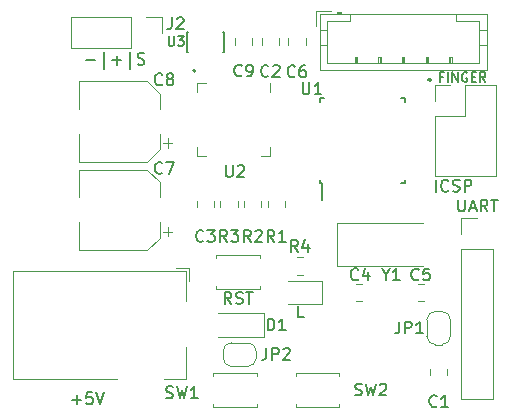
<source format=gto>
G04 #@! TF.GenerationSoftware,KiCad,Pcbnew,(5.1.12)-1*
G04 #@! TF.CreationDate,2022-01-11T22:34:17-08:00*
G04 #@! TF.ProjectId,controlBoard,636f6e74-726f-46c4-926f-6172642e6b69,rev?*
G04 #@! TF.SameCoordinates,Original*
G04 #@! TF.FileFunction,Legend,Top*
G04 #@! TF.FilePolarity,Positive*
%FSLAX46Y46*%
G04 Gerber Fmt 4.6, Leading zero omitted, Abs format (unit mm)*
G04 Created by KiCad (PCBNEW (5.1.12)-1) date 2022-01-11 22:34:17*
%MOMM*%
%LPD*%
G01*
G04 APERTURE LIST*
%ADD10C,0.150000*%
%ADD11C,0.127000*%
%ADD12C,0.200000*%
%ADD13C,0.120000*%
%ADD14C,0.100000*%
%ADD15O,1.800000X1.800000*%
%ADD16O,1.300000X1.850000*%
G04 APERTURE END LIST*
D10*
X143171428Y-70571428D02*
X143933333Y-70571428D01*
X144647619Y-71285714D02*
X144647619Y-69857142D01*
X145361904Y-70571428D02*
X146123809Y-70571428D01*
X145742857Y-70952380D02*
X145742857Y-70190476D01*
X146838095Y-71285714D02*
X146838095Y-69857142D01*
X147504761Y-70904761D02*
X147647619Y-70952380D01*
X147885714Y-70952380D01*
X147980952Y-70904761D01*
X148028571Y-70857142D01*
X148076190Y-70761904D01*
X148076190Y-70666666D01*
X148028571Y-70571428D01*
X147980952Y-70523809D01*
X147885714Y-70476190D01*
X147695238Y-70428571D01*
X147600000Y-70380952D01*
X147552380Y-70333333D01*
X147504761Y-70238095D01*
X147504761Y-70142857D01*
X147552380Y-70047619D01*
X147600000Y-70000000D01*
X147695238Y-69952380D01*
X147933333Y-69952380D01*
X148076190Y-70000000D01*
X172250000Y-72071428D02*
X172392857Y-72214285D01*
X172250000Y-72357142D01*
X172107142Y-72214285D01*
X172250000Y-72071428D01*
X172250000Y-72357142D01*
D11*
X151700000Y-68150000D02*
X151700000Y-69850000D01*
X154800000Y-68150000D02*
X154800000Y-69850000D01*
X154800000Y-69850000D02*
X154700000Y-69850000D01*
X154800000Y-68150000D02*
X154700000Y-68150000D01*
X151700000Y-68150000D02*
X151800000Y-68150000D01*
X151700000Y-69850000D02*
X151800000Y-69850000D01*
D12*
X152400000Y-71469000D02*
G75*
G03*
X152400000Y-71469000I-100000J0D01*
G01*
D13*
X155765000Y-68738748D02*
X155765000Y-69261252D01*
X157235000Y-68738748D02*
X157235000Y-69261252D01*
X155450000Y-94500000D02*
X156850000Y-94500000D01*
X157550000Y-95200000D02*
X157550000Y-95800000D01*
X156850000Y-96500000D02*
X155450000Y-96500000D01*
X154750000Y-95800000D02*
X154750000Y-95200000D01*
X154750000Y-95200000D02*
G75*
G02*
X155450000Y-94500000I700000J0D01*
G01*
X155450000Y-96500000D02*
G75*
G02*
X154750000Y-95800000I0J700000D01*
G01*
X157550000Y-95800000D02*
G75*
G02*
X156850000Y-96500000I-700000J0D01*
G01*
X156850000Y-94500000D02*
G75*
G02*
X157550000Y-95200000I0J-700000D01*
G01*
D10*
X162925000Y-81011000D02*
X163150000Y-81011000D01*
X162925000Y-73761000D02*
X163250000Y-73761000D01*
X170175000Y-73761000D02*
X169850000Y-73761000D01*
X170175000Y-81011000D02*
X169850000Y-81011000D01*
X162925000Y-81011000D02*
X162925000Y-80686000D01*
X170175000Y-81011000D02*
X170175000Y-80686000D01*
X170175000Y-73761000D02*
X170175000Y-74086000D01*
X162925000Y-73761000D02*
X162925000Y-74086000D01*
X163150000Y-81011000D02*
X163150000Y-82436000D01*
D13*
X161022936Y-88735000D02*
X161477064Y-88735000D01*
X161022936Y-87265000D02*
X161477064Y-87265000D01*
X163110000Y-89290000D02*
X160250000Y-89290000D01*
X163110000Y-91210000D02*
X163110000Y-89290000D01*
X160250000Y-91210000D02*
X163110000Y-91210000D01*
X172670000Y-80410000D02*
X177870000Y-80410000D01*
X172670000Y-75270000D02*
X172670000Y-80410000D01*
X177870000Y-72670000D02*
X177870000Y-80410000D01*
X172670000Y-75270000D02*
X175270000Y-75270000D01*
X175270000Y-75270000D02*
X175270000Y-72670000D01*
X175270000Y-72670000D02*
X177870000Y-72670000D01*
X172670000Y-74000000D02*
X172670000Y-72670000D01*
X172670000Y-72670000D02*
X174000000Y-72670000D01*
X157985000Y-82977064D02*
X157985000Y-82522936D01*
X156515000Y-82977064D02*
X156515000Y-82522936D01*
X159985000Y-82977064D02*
X159985000Y-82522936D01*
X158515000Y-82977064D02*
X158515000Y-82522936D01*
X158250000Y-94000000D02*
X154350000Y-94000000D01*
X158250000Y-92000000D02*
X154350000Y-92000000D01*
X158250000Y-94000000D02*
X158250000Y-92000000D01*
X150043750Y-77991250D02*
X150043750Y-77203750D01*
X150437500Y-77597500D02*
X149650000Y-77597500D01*
X149410000Y-73404437D02*
X148345563Y-72340000D01*
X149410000Y-78095563D02*
X148345563Y-79160000D01*
X149410000Y-78095563D02*
X149410000Y-76810000D01*
X149410000Y-73404437D02*
X149410000Y-74690000D01*
X148345563Y-72340000D02*
X142590000Y-72340000D01*
X148345563Y-79160000D02*
X142590000Y-79160000D01*
X142590000Y-79160000D02*
X142590000Y-76810000D01*
X142590000Y-72340000D02*
X142590000Y-74690000D01*
X150043750Y-85491250D02*
X150043750Y-84703750D01*
X150437500Y-85097500D02*
X149650000Y-85097500D01*
X149410000Y-80904437D02*
X148345563Y-79840000D01*
X149410000Y-85595563D02*
X148345563Y-86660000D01*
X149410000Y-85595563D02*
X149410000Y-84310000D01*
X149410000Y-80904437D02*
X149410000Y-82190000D01*
X148345563Y-79840000D02*
X142590000Y-79840000D01*
X148345563Y-86660000D02*
X142590000Y-86660000D01*
X142590000Y-86660000D02*
X142590000Y-84310000D01*
X142590000Y-79840000D02*
X142590000Y-82190000D01*
X151850000Y-89250000D02*
X151850000Y-88200000D01*
X150800000Y-88200000D02*
X151850000Y-88200000D01*
X145750000Y-97600000D02*
X136950000Y-97600000D01*
X136950000Y-97600000D02*
X136950000Y-88400000D01*
X151650000Y-94900000D02*
X151650000Y-97600000D01*
X151650000Y-97600000D02*
X149750000Y-97600000D01*
X136950000Y-88400000D02*
X151650000Y-88400000D01*
X151650000Y-88400000D02*
X151650000Y-91000000D01*
X157850000Y-89950000D02*
X157850000Y-89700000D01*
X154150000Y-89950000D02*
X157850000Y-89950000D01*
X154150000Y-89700000D02*
X154150000Y-89950000D01*
X157850000Y-87050000D02*
X157850000Y-87300000D01*
X154150000Y-87050000D02*
X157850000Y-87050000D01*
X154150000Y-87300000D02*
X154150000Y-87050000D01*
X162640000Y-66390000D02*
X162640000Y-67640000D01*
X163890000Y-66390000D02*
X162640000Y-66390000D01*
X174000000Y-70800000D02*
X174000000Y-70300000D01*
X174100000Y-70300000D02*
X174100000Y-70800000D01*
X173900000Y-70300000D02*
X174100000Y-70300000D01*
X173900000Y-70800000D02*
X173900000Y-70300000D01*
X172000000Y-70800000D02*
X172000000Y-70300000D01*
X172100000Y-70300000D02*
X172100000Y-70800000D01*
X171900000Y-70300000D02*
X172100000Y-70300000D01*
X171900000Y-70800000D02*
X171900000Y-70300000D01*
X170000000Y-70800000D02*
X170000000Y-70300000D01*
X170100000Y-70300000D02*
X170100000Y-70800000D01*
X169900000Y-70300000D02*
X170100000Y-70300000D01*
X169900000Y-70800000D02*
X169900000Y-70300000D01*
X168000000Y-70800000D02*
X168000000Y-70300000D01*
X168100000Y-70300000D02*
X168100000Y-70800000D01*
X167900000Y-70300000D02*
X168100000Y-70300000D01*
X167900000Y-70800000D02*
X167900000Y-70300000D01*
X166000000Y-70800000D02*
X166000000Y-70300000D01*
X166100000Y-70300000D02*
X166100000Y-70800000D01*
X165900000Y-70300000D02*
X166100000Y-70300000D01*
X165900000Y-70800000D02*
X165900000Y-70300000D01*
X177060000Y-69300000D02*
X176450000Y-69300000D01*
X177060000Y-68000000D02*
X176450000Y-68000000D01*
X162940000Y-69300000D02*
X163550000Y-69300000D01*
X162940000Y-68000000D02*
X163550000Y-68000000D01*
X174500000Y-67300000D02*
X174500000Y-66690000D01*
X176450000Y-67300000D02*
X174500000Y-67300000D01*
X176450000Y-70800000D02*
X176450000Y-67300000D01*
X163550000Y-70800000D02*
X176450000Y-70800000D01*
X163550000Y-67300000D02*
X163550000Y-70800000D01*
X165500000Y-67300000D02*
X163550000Y-67300000D01*
X165500000Y-66690000D02*
X165500000Y-67300000D01*
X164700000Y-66590000D02*
X164400000Y-66590000D01*
X164400000Y-66490000D02*
X164400000Y-66690000D01*
X164700000Y-66490000D02*
X164400000Y-66490000D01*
X164700000Y-66690000D02*
X164700000Y-66490000D01*
X177060000Y-66690000D02*
X162940000Y-66690000D01*
X177060000Y-71410000D02*
X177060000Y-66690000D01*
X162940000Y-71410000D02*
X177060000Y-71410000D01*
X162940000Y-66690000D02*
X162940000Y-71410000D01*
X172700000Y-91850000D02*
X173300000Y-91850000D01*
X172000000Y-93950000D02*
X172000000Y-92550000D01*
X173300000Y-94650000D02*
X172700000Y-94650000D01*
X174000000Y-92550000D02*
X174000000Y-93950000D01*
X173300000Y-91850000D02*
G75*
G02*
X174000000Y-92550000I0J-700000D01*
G01*
X172000000Y-92550000D02*
G75*
G02*
X172700000Y-91850000I700000J0D01*
G01*
X172700000Y-94650000D02*
G75*
G02*
X172000000Y-93950000I0J700000D01*
G01*
X174000000Y-93950000D02*
G75*
G02*
X173300000Y-94650000I-700000J0D01*
G01*
X160900000Y-97050000D02*
X160900000Y-97300000D01*
X164600000Y-97050000D02*
X160900000Y-97050000D01*
X164600000Y-97300000D02*
X164600000Y-97050000D01*
X160900000Y-99950000D02*
X160900000Y-99700000D01*
X164600000Y-99950000D02*
X160900000Y-99950000D01*
X164600000Y-99700000D02*
X164600000Y-99950000D01*
X153900000Y-97300000D02*
X153900000Y-97050000D01*
X153900000Y-97050000D02*
X157600000Y-97050000D01*
X157600000Y-97050000D02*
X157600000Y-97300000D01*
X153900000Y-99700000D02*
X153900000Y-99950000D01*
X153900000Y-99950000D02*
X157600000Y-99950000D01*
X157600000Y-99950000D02*
X157600000Y-99700000D01*
X174920000Y-99280000D02*
X177580000Y-99280000D01*
X174920000Y-86520000D02*
X174920000Y-99280000D01*
X177580000Y-86520000D02*
X177580000Y-99280000D01*
X174920000Y-86520000D02*
X177580000Y-86520000D01*
X174920000Y-85250000D02*
X174920000Y-83920000D01*
X174920000Y-83920000D02*
X176250000Y-83920000D01*
X171663000Y-84374400D02*
X164413000Y-84374400D01*
X164413000Y-84374400D02*
X164413000Y-87974400D01*
X164413000Y-87974400D02*
X171663000Y-87974400D01*
X158015000Y-69261252D02*
X158015000Y-68738748D01*
X159485000Y-69261252D02*
X159485000Y-68738748D01*
X173735000Y-96738748D02*
X173735000Y-97261252D01*
X172265000Y-96738748D02*
X172265000Y-97261252D01*
X158738000Y-73240000D02*
X158738000Y-72490000D01*
X152518000Y-78710000D02*
X153268000Y-78710000D01*
X152518000Y-77960000D02*
X152518000Y-78710000D01*
X152518000Y-72490000D02*
X153268000Y-72490000D01*
X152518000Y-73240000D02*
X152518000Y-72490000D01*
X158738000Y-78710000D02*
X157988000Y-78710000D01*
X158738000Y-77960000D02*
X158738000Y-78710000D01*
X155985000Y-82522936D02*
X155985000Y-82977064D01*
X154515000Y-82522936D02*
X154515000Y-82977064D01*
X141840000Y-66920000D02*
X141840000Y-69580000D01*
X146980000Y-66920000D02*
X141840000Y-66920000D01*
X146980000Y-69580000D02*
X141840000Y-69580000D01*
X146980000Y-66920000D02*
X146980000Y-69580000D01*
X148250000Y-66920000D02*
X149580000Y-66920000D01*
X149580000Y-66920000D02*
X149580000Y-68250000D01*
X161735000Y-68738748D02*
X161735000Y-69261252D01*
X160265000Y-68738748D02*
X160265000Y-69261252D01*
X171761252Y-90985000D02*
X171238748Y-90985000D01*
X171761252Y-89515000D02*
X171238748Y-89515000D01*
X165988748Y-89503400D02*
X166511252Y-89503400D01*
X165988748Y-90973400D02*
X166511252Y-90973400D01*
X153985000Y-83011252D02*
X153985000Y-82488748D01*
X152515000Y-83011252D02*
X152515000Y-82488748D01*
D10*
X150138472Y-68560464D02*
X150138472Y-69210212D01*
X150176692Y-69286653D01*
X150214913Y-69324874D01*
X150291354Y-69363094D01*
X150444236Y-69363094D01*
X150520677Y-69324874D01*
X150558897Y-69286653D01*
X150597118Y-69210212D01*
X150597118Y-68560464D01*
X150902881Y-68560464D02*
X151399748Y-68560464D01*
X151132204Y-68866228D01*
X151246866Y-68866228D01*
X151323307Y-68904448D01*
X151361527Y-68942669D01*
X151399748Y-69019110D01*
X151399748Y-69210212D01*
X151361527Y-69286653D01*
X151323307Y-69324874D01*
X151246866Y-69363094D01*
X151017543Y-69363094D01*
X150941102Y-69324874D01*
X150902881Y-69286653D01*
X156333333Y-71857142D02*
X156285714Y-71904761D01*
X156142857Y-71952380D01*
X156047619Y-71952380D01*
X155904761Y-71904761D01*
X155809523Y-71809523D01*
X155761904Y-71714285D01*
X155714285Y-71523809D01*
X155714285Y-71380952D01*
X155761904Y-71190476D01*
X155809523Y-71095238D01*
X155904761Y-71000000D01*
X156047619Y-70952380D01*
X156142857Y-70952380D01*
X156285714Y-71000000D01*
X156333333Y-71047619D01*
X156809523Y-71952380D02*
X157000000Y-71952380D01*
X157095238Y-71904761D01*
X157142857Y-71857142D01*
X157238095Y-71714285D01*
X157285714Y-71523809D01*
X157285714Y-71142857D01*
X157238095Y-71047619D01*
X157190476Y-71000000D01*
X157095238Y-70952380D01*
X156904761Y-70952380D01*
X156809523Y-71000000D01*
X156761904Y-71047619D01*
X156714285Y-71142857D01*
X156714285Y-71380952D01*
X156761904Y-71476190D01*
X156809523Y-71523809D01*
X156904761Y-71571428D01*
X157095238Y-71571428D01*
X157190476Y-71523809D01*
X157238095Y-71476190D01*
X157285714Y-71380952D01*
X158416666Y-94952380D02*
X158416666Y-95666666D01*
X158369047Y-95809523D01*
X158273809Y-95904761D01*
X158130952Y-95952380D01*
X158035714Y-95952380D01*
X158892857Y-95952380D02*
X158892857Y-94952380D01*
X159273809Y-94952380D01*
X159369047Y-95000000D01*
X159416666Y-95047619D01*
X159464285Y-95142857D01*
X159464285Y-95285714D01*
X159416666Y-95380952D01*
X159369047Y-95428571D01*
X159273809Y-95476190D01*
X158892857Y-95476190D01*
X159845238Y-95047619D02*
X159892857Y-95000000D01*
X159988095Y-94952380D01*
X160226190Y-94952380D01*
X160321428Y-95000000D01*
X160369047Y-95047619D01*
X160416666Y-95142857D01*
X160416666Y-95238095D01*
X160369047Y-95380952D01*
X159797619Y-95952380D01*
X160416666Y-95952380D01*
X161488095Y-72452380D02*
X161488095Y-73261904D01*
X161535714Y-73357142D01*
X161583333Y-73404761D01*
X161678571Y-73452380D01*
X161869047Y-73452380D01*
X161964285Y-73404761D01*
X162011904Y-73357142D01*
X162059523Y-73261904D01*
X162059523Y-72452380D01*
X163059523Y-73452380D02*
X162488095Y-73452380D01*
X162773809Y-73452380D02*
X162773809Y-72452380D01*
X162678571Y-72595238D01*
X162583333Y-72690476D01*
X162488095Y-72738095D01*
X161083333Y-86802380D02*
X160750000Y-86326190D01*
X160511904Y-86802380D02*
X160511904Y-85802380D01*
X160892857Y-85802380D01*
X160988095Y-85850000D01*
X161035714Y-85897619D01*
X161083333Y-85992857D01*
X161083333Y-86135714D01*
X161035714Y-86230952D01*
X160988095Y-86278571D01*
X160892857Y-86326190D01*
X160511904Y-86326190D01*
X161940476Y-86135714D02*
X161940476Y-86802380D01*
X161702380Y-85754761D02*
X161464285Y-86469047D01*
X162083333Y-86469047D01*
X161559523Y-92352380D02*
X161083333Y-92352380D01*
X161083333Y-91352380D01*
X172773809Y-81702380D02*
X172773809Y-80702380D01*
X173821428Y-81607142D02*
X173773809Y-81654761D01*
X173630952Y-81702380D01*
X173535714Y-81702380D01*
X173392857Y-81654761D01*
X173297619Y-81559523D01*
X173250000Y-81464285D01*
X173202380Y-81273809D01*
X173202380Y-81130952D01*
X173250000Y-80940476D01*
X173297619Y-80845238D01*
X173392857Y-80750000D01*
X173535714Y-80702380D01*
X173630952Y-80702380D01*
X173773809Y-80750000D01*
X173821428Y-80797619D01*
X174202380Y-81654761D02*
X174345238Y-81702380D01*
X174583333Y-81702380D01*
X174678571Y-81654761D01*
X174726190Y-81607142D01*
X174773809Y-81511904D01*
X174773809Y-81416666D01*
X174726190Y-81321428D01*
X174678571Y-81273809D01*
X174583333Y-81226190D01*
X174392857Y-81178571D01*
X174297619Y-81130952D01*
X174250000Y-81083333D01*
X174202380Y-80988095D01*
X174202380Y-80892857D01*
X174250000Y-80797619D01*
X174297619Y-80750000D01*
X174392857Y-80702380D01*
X174630952Y-80702380D01*
X174773809Y-80750000D01*
X175202380Y-81702380D02*
X175202380Y-80702380D01*
X175583333Y-80702380D01*
X175678571Y-80750000D01*
X175726190Y-80797619D01*
X175773809Y-80892857D01*
X175773809Y-81035714D01*
X175726190Y-81130952D01*
X175678571Y-81178571D01*
X175583333Y-81226190D01*
X175202380Y-81226190D01*
X157083333Y-85952380D02*
X156750000Y-85476190D01*
X156511904Y-85952380D02*
X156511904Y-84952380D01*
X156892857Y-84952380D01*
X156988095Y-85000000D01*
X157035714Y-85047619D01*
X157083333Y-85142857D01*
X157083333Y-85285714D01*
X157035714Y-85380952D01*
X156988095Y-85428571D01*
X156892857Y-85476190D01*
X156511904Y-85476190D01*
X157464285Y-85047619D02*
X157511904Y-85000000D01*
X157607142Y-84952380D01*
X157845238Y-84952380D01*
X157940476Y-85000000D01*
X157988095Y-85047619D01*
X158035714Y-85142857D01*
X158035714Y-85238095D01*
X157988095Y-85380952D01*
X157416666Y-85952380D01*
X158035714Y-85952380D01*
X159083333Y-85952380D02*
X158750000Y-85476190D01*
X158511904Y-85952380D02*
X158511904Y-84952380D01*
X158892857Y-84952380D01*
X158988095Y-85000000D01*
X159035714Y-85047619D01*
X159083333Y-85142857D01*
X159083333Y-85285714D01*
X159035714Y-85380952D01*
X158988095Y-85428571D01*
X158892857Y-85476190D01*
X158511904Y-85476190D01*
X160035714Y-85952380D02*
X159464285Y-85952380D01*
X159750000Y-85952380D02*
X159750000Y-84952380D01*
X159654761Y-85095238D01*
X159559523Y-85190476D01*
X159464285Y-85238095D01*
X158511904Y-93452380D02*
X158511904Y-92452380D01*
X158750000Y-92452380D01*
X158892857Y-92500000D01*
X158988095Y-92595238D01*
X159035714Y-92690476D01*
X159083333Y-92880952D01*
X159083333Y-93023809D01*
X159035714Y-93214285D01*
X158988095Y-93309523D01*
X158892857Y-93404761D01*
X158750000Y-93452380D01*
X158511904Y-93452380D01*
X160035714Y-93452380D02*
X159464285Y-93452380D01*
X159750000Y-93452380D02*
X159750000Y-92452380D01*
X159654761Y-92595238D01*
X159559523Y-92690476D01*
X159464285Y-92738095D01*
X149583333Y-72607142D02*
X149535714Y-72654761D01*
X149392857Y-72702380D01*
X149297619Y-72702380D01*
X149154761Y-72654761D01*
X149059523Y-72559523D01*
X149011904Y-72464285D01*
X148964285Y-72273809D01*
X148964285Y-72130952D01*
X149011904Y-71940476D01*
X149059523Y-71845238D01*
X149154761Y-71750000D01*
X149297619Y-71702380D01*
X149392857Y-71702380D01*
X149535714Y-71750000D01*
X149583333Y-71797619D01*
X150154761Y-72130952D02*
X150059523Y-72083333D01*
X150011904Y-72035714D01*
X149964285Y-71940476D01*
X149964285Y-71892857D01*
X150011904Y-71797619D01*
X150059523Y-71750000D01*
X150154761Y-71702380D01*
X150345238Y-71702380D01*
X150440476Y-71750000D01*
X150488095Y-71797619D01*
X150535714Y-71892857D01*
X150535714Y-71940476D01*
X150488095Y-72035714D01*
X150440476Y-72083333D01*
X150345238Y-72130952D01*
X150154761Y-72130952D01*
X150059523Y-72178571D01*
X150011904Y-72226190D01*
X149964285Y-72321428D01*
X149964285Y-72511904D01*
X150011904Y-72607142D01*
X150059523Y-72654761D01*
X150154761Y-72702380D01*
X150345238Y-72702380D01*
X150440476Y-72654761D01*
X150488095Y-72607142D01*
X150535714Y-72511904D01*
X150535714Y-72321428D01*
X150488095Y-72226190D01*
X150440476Y-72178571D01*
X150345238Y-72130952D01*
X149583333Y-80107142D02*
X149535714Y-80154761D01*
X149392857Y-80202380D01*
X149297619Y-80202380D01*
X149154761Y-80154761D01*
X149059523Y-80059523D01*
X149011904Y-79964285D01*
X148964285Y-79773809D01*
X148964285Y-79630952D01*
X149011904Y-79440476D01*
X149059523Y-79345238D01*
X149154761Y-79250000D01*
X149297619Y-79202380D01*
X149392857Y-79202380D01*
X149535714Y-79250000D01*
X149583333Y-79297619D01*
X149916666Y-79202380D02*
X150583333Y-79202380D01*
X150154761Y-80202380D01*
X141964285Y-99321428D02*
X142726190Y-99321428D01*
X142345238Y-99702380D02*
X142345238Y-98940476D01*
X143678571Y-98702380D02*
X143202380Y-98702380D01*
X143154761Y-99178571D01*
X143202380Y-99130952D01*
X143297619Y-99083333D01*
X143535714Y-99083333D01*
X143630952Y-99130952D01*
X143678571Y-99178571D01*
X143726190Y-99273809D01*
X143726190Y-99511904D01*
X143678571Y-99607142D01*
X143630952Y-99654761D01*
X143535714Y-99702380D01*
X143297619Y-99702380D01*
X143202380Y-99654761D01*
X143154761Y-99607142D01*
X144011904Y-98702380D02*
X144345238Y-99702380D01*
X144678571Y-98702380D01*
X155452380Y-91202380D02*
X155119047Y-90726190D01*
X154880952Y-91202380D02*
X154880952Y-90202380D01*
X155261904Y-90202380D01*
X155357142Y-90250000D01*
X155404761Y-90297619D01*
X155452380Y-90392857D01*
X155452380Y-90535714D01*
X155404761Y-90630952D01*
X155357142Y-90678571D01*
X155261904Y-90726190D01*
X154880952Y-90726190D01*
X155833333Y-91154761D02*
X155976190Y-91202380D01*
X156214285Y-91202380D01*
X156309523Y-91154761D01*
X156357142Y-91107142D01*
X156404761Y-91011904D01*
X156404761Y-90916666D01*
X156357142Y-90821428D01*
X156309523Y-90773809D01*
X156214285Y-90726190D01*
X156023809Y-90678571D01*
X155928571Y-90630952D01*
X155880952Y-90583333D01*
X155833333Y-90488095D01*
X155833333Y-90392857D01*
X155880952Y-90297619D01*
X155928571Y-90250000D01*
X156023809Y-90202380D01*
X156261904Y-90202380D01*
X156404761Y-90250000D01*
X156690476Y-90202380D02*
X157261904Y-90202380D01*
X156976190Y-91202380D02*
X156976190Y-90202380D01*
X173342857Y-71992857D02*
X173076190Y-71992857D01*
X173076190Y-72411904D02*
X173076190Y-71611904D01*
X173457142Y-71611904D01*
X173761904Y-72411904D02*
X173761904Y-71611904D01*
X174142857Y-72411904D02*
X174142857Y-71611904D01*
X174600000Y-72411904D01*
X174600000Y-71611904D01*
X175400000Y-71650000D02*
X175323809Y-71611904D01*
X175209523Y-71611904D01*
X175095238Y-71650000D01*
X175019047Y-71726190D01*
X174980952Y-71802380D01*
X174942857Y-71954761D01*
X174942857Y-72069047D01*
X174980952Y-72221428D01*
X175019047Y-72297619D01*
X175095238Y-72373809D01*
X175209523Y-72411904D01*
X175285714Y-72411904D01*
X175400000Y-72373809D01*
X175438095Y-72335714D01*
X175438095Y-72069047D01*
X175285714Y-72069047D01*
X175780952Y-71992857D02*
X176047619Y-71992857D01*
X176161904Y-72411904D02*
X175780952Y-72411904D01*
X175780952Y-71611904D01*
X176161904Y-71611904D01*
X176961904Y-72411904D02*
X176695238Y-72030952D01*
X176504761Y-72411904D02*
X176504761Y-71611904D01*
X176809523Y-71611904D01*
X176885714Y-71650000D01*
X176923809Y-71688095D01*
X176961904Y-71764285D01*
X176961904Y-71878571D01*
X176923809Y-71954761D01*
X176885714Y-71992857D01*
X176809523Y-72030952D01*
X176504761Y-72030952D01*
X169666666Y-92702380D02*
X169666666Y-93416666D01*
X169619047Y-93559523D01*
X169523809Y-93654761D01*
X169380952Y-93702380D01*
X169285714Y-93702380D01*
X170142857Y-93702380D02*
X170142857Y-92702380D01*
X170523809Y-92702380D01*
X170619047Y-92750000D01*
X170666666Y-92797619D01*
X170714285Y-92892857D01*
X170714285Y-93035714D01*
X170666666Y-93130952D01*
X170619047Y-93178571D01*
X170523809Y-93226190D01*
X170142857Y-93226190D01*
X171666666Y-93702380D02*
X171095238Y-93702380D01*
X171380952Y-93702380D02*
X171380952Y-92702380D01*
X171285714Y-92845238D01*
X171190476Y-92940476D01*
X171095238Y-92988095D01*
X165916666Y-98904761D02*
X166059523Y-98952380D01*
X166297619Y-98952380D01*
X166392857Y-98904761D01*
X166440476Y-98857142D01*
X166488095Y-98761904D01*
X166488095Y-98666666D01*
X166440476Y-98571428D01*
X166392857Y-98523809D01*
X166297619Y-98476190D01*
X166107142Y-98428571D01*
X166011904Y-98380952D01*
X165964285Y-98333333D01*
X165916666Y-98238095D01*
X165916666Y-98142857D01*
X165964285Y-98047619D01*
X166011904Y-98000000D01*
X166107142Y-97952380D01*
X166345238Y-97952380D01*
X166488095Y-98000000D01*
X166821428Y-97952380D02*
X167059523Y-98952380D01*
X167250000Y-98238095D01*
X167440476Y-98952380D01*
X167678571Y-97952380D01*
X168011904Y-98047619D02*
X168059523Y-98000000D01*
X168154761Y-97952380D01*
X168392857Y-97952380D01*
X168488095Y-98000000D01*
X168535714Y-98047619D01*
X168583333Y-98142857D01*
X168583333Y-98238095D01*
X168535714Y-98380952D01*
X167964285Y-98952380D01*
X168583333Y-98952380D01*
X149916666Y-99154761D02*
X150059523Y-99202380D01*
X150297619Y-99202380D01*
X150392857Y-99154761D01*
X150440476Y-99107142D01*
X150488095Y-99011904D01*
X150488095Y-98916666D01*
X150440476Y-98821428D01*
X150392857Y-98773809D01*
X150297619Y-98726190D01*
X150107142Y-98678571D01*
X150011904Y-98630952D01*
X149964285Y-98583333D01*
X149916666Y-98488095D01*
X149916666Y-98392857D01*
X149964285Y-98297619D01*
X150011904Y-98250000D01*
X150107142Y-98202380D01*
X150345238Y-98202380D01*
X150488095Y-98250000D01*
X150821428Y-98202380D02*
X151059523Y-99202380D01*
X151250000Y-98488095D01*
X151440476Y-99202380D01*
X151678571Y-98202380D01*
X152583333Y-99202380D02*
X152011904Y-99202380D01*
X152297619Y-99202380D02*
X152297619Y-98202380D01*
X152202380Y-98345238D01*
X152107142Y-98440476D01*
X152011904Y-98488095D01*
X174654761Y-82372380D02*
X174654761Y-83181904D01*
X174702380Y-83277142D01*
X174750000Y-83324761D01*
X174845238Y-83372380D01*
X175035714Y-83372380D01*
X175130952Y-83324761D01*
X175178571Y-83277142D01*
X175226190Y-83181904D01*
X175226190Y-82372380D01*
X175654761Y-83086666D02*
X176130952Y-83086666D01*
X175559523Y-83372380D02*
X175892857Y-82372380D01*
X176226190Y-83372380D01*
X177130952Y-83372380D02*
X176797619Y-82896190D01*
X176559523Y-83372380D02*
X176559523Y-82372380D01*
X176940476Y-82372380D01*
X177035714Y-82420000D01*
X177083333Y-82467619D01*
X177130952Y-82562857D01*
X177130952Y-82705714D01*
X177083333Y-82800952D01*
X177035714Y-82848571D01*
X176940476Y-82896190D01*
X176559523Y-82896190D01*
X177416666Y-82372380D02*
X177988095Y-82372380D01*
X177702380Y-83372380D02*
X177702380Y-82372380D01*
X168523809Y-88726190D02*
X168523809Y-89202380D01*
X168190476Y-88202380D02*
X168523809Y-88726190D01*
X168857142Y-88202380D01*
X169714285Y-89202380D02*
X169142857Y-89202380D01*
X169428571Y-89202380D02*
X169428571Y-88202380D01*
X169333333Y-88345238D01*
X169238095Y-88440476D01*
X169142857Y-88488095D01*
X158583333Y-71894642D02*
X158535714Y-71942261D01*
X158392857Y-71989880D01*
X158297619Y-71989880D01*
X158154761Y-71942261D01*
X158059523Y-71847023D01*
X158011904Y-71751785D01*
X157964285Y-71561309D01*
X157964285Y-71418452D01*
X158011904Y-71227976D01*
X158059523Y-71132738D01*
X158154761Y-71037500D01*
X158297619Y-70989880D01*
X158392857Y-70989880D01*
X158535714Y-71037500D01*
X158583333Y-71085119D01*
X158964285Y-71085119D02*
X159011904Y-71037500D01*
X159107142Y-70989880D01*
X159345238Y-70989880D01*
X159440476Y-71037500D01*
X159488095Y-71085119D01*
X159535714Y-71180357D01*
X159535714Y-71275595D01*
X159488095Y-71418452D01*
X158916666Y-71989880D01*
X159535714Y-71989880D01*
X172833333Y-99857142D02*
X172785714Y-99904761D01*
X172642857Y-99952380D01*
X172547619Y-99952380D01*
X172404761Y-99904761D01*
X172309523Y-99809523D01*
X172261904Y-99714285D01*
X172214285Y-99523809D01*
X172214285Y-99380952D01*
X172261904Y-99190476D01*
X172309523Y-99095238D01*
X172404761Y-99000000D01*
X172547619Y-98952380D01*
X172642857Y-98952380D01*
X172785714Y-99000000D01*
X172833333Y-99047619D01*
X173785714Y-99952380D02*
X173214285Y-99952380D01*
X173500000Y-99952380D02*
X173500000Y-98952380D01*
X173404761Y-99095238D01*
X173309523Y-99190476D01*
X173214285Y-99238095D01*
X154988095Y-79452380D02*
X154988095Y-80261904D01*
X155035714Y-80357142D01*
X155083333Y-80404761D01*
X155178571Y-80452380D01*
X155369047Y-80452380D01*
X155464285Y-80404761D01*
X155511904Y-80357142D01*
X155559523Y-80261904D01*
X155559523Y-79452380D01*
X155988095Y-79547619D02*
X156035714Y-79500000D01*
X156130952Y-79452380D01*
X156369047Y-79452380D01*
X156464285Y-79500000D01*
X156511904Y-79547619D01*
X156559523Y-79642857D01*
X156559523Y-79738095D01*
X156511904Y-79880952D01*
X155940476Y-80452380D01*
X156559523Y-80452380D01*
X155083333Y-85952380D02*
X154750000Y-85476190D01*
X154511904Y-85952380D02*
X154511904Y-84952380D01*
X154892857Y-84952380D01*
X154988095Y-85000000D01*
X155035714Y-85047619D01*
X155083333Y-85142857D01*
X155083333Y-85285714D01*
X155035714Y-85380952D01*
X154988095Y-85428571D01*
X154892857Y-85476190D01*
X154511904Y-85476190D01*
X155416666Y-84952380D02*
X156035714Y-84952380D01*
X155702380Y-85333333D01*
X155845238Y-85333333D01*
X155940476Y-85380952D01*
X155988095Y-85428571D01*
X156035714Y-85523809D01*
X156035714Y-85761904D01*
X155988095Y-85857142D01*
X155940476Y-85904761D01*
X155845238Y-85952380D01*
X155559523Y-85952380D01*
X155464285Y-85904761D01*
X155416666Y-85857142D01*
X150416666Y-66952380D02*
X150416666Y-67666666D01*
X150369047Y-67809523D01*
X150273809Y-67904761D01*
X150130952Y-67952380D01*
X150035714Y-67952380D01*
X150845238Y-67047619D02*
X150892857Y-67000000D01*
X150988095Y-66952380D01*
X151226190Y-66952380D01*
X151321428Y-67000000D01*
X151369047Y-67047619D01*
X151416666Y-67142857D01*
X151416666Y-67238095D01*
X151369047Y-67380952D01*
X150797619Y-67952380D01*
X151416666Y-67952380D01*
X160833333Y-71929342D02*
X160785714Y-71976961D01*
X160642857Y-72024580D01*
X160547619Y-72024580D01*
X160404761Y-71976961D01*
X160309523Y-71881723D01*
X160261904Y-71786485D01*
X160214285Y-71596009D01*
X160214285Y-71453152D01*
X160261904Y-71262676D01*
X160309523Y-71167438D01*
X160404761Y-71072200D01*
X160547619Y-71024580D01*
X160642857Y-71024580D01*
X160785714Y-71072200D01*
X160833333Y-71119819D01*
X161690476Y-71024580D02*
X161500000Y-71024580D01*
X161404761Y-71072200D01*
X161357142Y-71119819D01*
X161261904Y-71262676D01*
X161214285Y-71453152D01*
X161214285Y-71834104D01*
X161261904Y-71929342D01*
X161309523Y-71976961D01*
X161404761Y-72024580D01*
X161595238Y-72024580D01*
X161690476Y-71976961D01*
X161738095Y-71929342D01*
X161785714Y-71834104D01*
X161785714Y-71596009D01*
X161738095Y-71500771D01*
X161690476Y-71453152D01*
X161595238Y-71405533D01*
X161404761Y-71405533D01*
X161309523Y-71453152D01*
X161261904Y-71500771D01*
X161214285Y-71596009D01*
X171314333Y-89118742D02*
X171266714Y-89166361D01*
X171123857Y-89213980D01*
X171028619Y-89213980D01*
X170885761Y-89166361D01*
X170790523Y-89071123D01*
X170742904Y-88975885D01*
X170695285Y-88785409D01*
X170695285Y-88642552D01*
X170742904Y-88452076D01*
X170790523Y-88356838D01*
X170885761Y-88261600D01*
X171028619Y-88213980D01*
X171123857Y-88213980D01*
X171266714Y-88261600D01*
X171314333Y-88309219D01*
X172219095Y-88213980D02*
X171742904Y-88213980D01*
X171695285Y-88690171D01*
X171742904Y-88642552D01*
X171838142Y-88594933D01*
X172076238Y-88594933D01*
X172171476Y-88642552D01*
X172219095Y-88690171D01*
X172266714Y-88785409D01*
X172266714Y-89023504D01*
X172219095Y-89118742D01*
X172171476Y-89166361D01*
X172076238Y-89213980D01*
X171838142Y-89213980D01*
X171742904Y-89166361D01*
X171695285Y-89118742D01*
X166176333Y-89107142D02*
X166128714Y-89154761D01*
X165985857Y-89202380D01*
X165890619Y-89202380D01*
X165747761Y-89154761D01*
X165652523Y-89059523D01*
X165604904Y-88964285D01*
X165557285Y-88773809D01*
X165557285Y-88630952D01*
X165604904Y-88440476D01*
X165652523Y-88345238D01*
X165747761Y-88250000D01*
X165890619Y-88202380D01*
X165985857Y-88202380D01*
X166128714Y-88250000D01*
X166176333Y-88297619D01*
X167033476Y-88535714D02*
X167033476Y-89202380D01*
X166795380Y-88154761D02*
X166557285Y-88869047D01*
X167176333Y-88869047D01*
X153083333Y-85857142D02*
X153035714Y-85904761D01*
X152892857Y-85952380D01*
X152797619Y-85952380D01*
X152654761Y-85904761D01*
X152559523Y-85809523D01*
X152511904Y-85714285D01*
X152464285Y-85523809D01*
X152464285Y-85380952D01*
X152511904Y-85190476D01*
X152559523Y-85095238D01*
X152654761Y-85000000D01*
X152797619Y-84952380D01*
X152892857Y-84952380D01*
X153035714Y-85000000D01*
X153083333Y-85047619D01*
X153416666Y-84952380D02*
X154035714Y-84952380D01*
X153702380Y-85333333D01*
X153845238Y-85333333D01*
X153940476Y-85380952D01*
X153988095Y-85428571D01*
X154035714Y-85523809D01*
X154035714Y-85761904D01*
X153988095Y-85857142D01*
X153940476Y-85904761D01*
X153845238Y-85952380D01*
X153559523Y-85952380D01*
X153464285Y-85904761D01*
X153416666Y-85857142D01*
%LPC*%
G36*
G01*
X152580000Y-68540000D02*
X152020000Y-68540000D01*
G75*
G02*
X151950000Y-68470000I0J70000D01*
G01*
X151950000Y-67160000D01*
G75*
G02*
X152020000Y-67090000I70000J0D01*
G01*
X152580000Y-67090000D01*
G75*
G02*
X152650000Y-67160000I0J-70000D01*
G01*
X152650000Y-68470000D01*
G75*
G02*
X152580000Y-68540000I-70000J0D01*
G01*
G37*
G36*
G01*
X154480000Y-68540000D02*
X153920000Y-68540000D01*
G75*
G02*
X153850000Y-68470000I0J70000D01*
G01*
X153850000Y-67160000D01*
G75*
G02*
X153920000Y-67090000I70000J0D01*
G01*
X154480000Y-67090000D01*
G75*
G02*
X154550000Y-67160000I0J-70000D01*
G01*
X154550000Y-68470000D01*
G75*
G02*
X154480000Y-68540000I-70000J0D01*
G01*
G37*
G36*
G01*
X154480000Y-70910000D02*
X153920000Y-70910000D01*
G75*
G02*
X153850000Y-70840000I0J70000D01*
G01*
X153850000Y-69530000D01*
G75*
G02*
X153920000Y-69460000I70000J0D01*
G01*
X154480000Y-69460000D01*
G75*
G02*
X154550000Y-69530000I0J-70000D01*
G01*
X154550000Y-70840000D01*
G75*
G02*
X154480000Y-70910000I-70000J0D01*
G01*
G37*
G36*
G01*
X153530000Y-70910000D02*
X152970000Y-70910000D01*
G75*
G02*
X152900000Y-70840000I0J70000D01*
G01*
X152900000Y-69530000D01*
G75*
G02*
X152970000Y-69460000I70000J0D01*
G01*
X153530000Y-69460000D01*
G75*
G02*
X153600000Y-69530000I0J-70000D01*
G01*
X153600000Y-70840000D01*
G75*
G02*
X153530000Y-70910000I-70000J0D01*
G01*
G37*
G36*
G01*
X152580000Y-70910000D02*
X152020000Y-70910000D01*
G75*
G02*
X151950000Y-70840000I0J70000D01*
G01*
X151950000Y-69530000D01*
G75*
G02*
X152020000Y-69460000I70000J0D01*
G01*
X152580000Y-69460000D01*
G75*
G02*
X152650000Y-69530000I0J-70000D01*
G01*
X152650000Y-70840000D01*
G75*
G02*
X152580000Y-70910000I-70000J0D01*
G01*
G37*
G36*
G01*
X155996276Y-67325000D02*
X157003724Y-67325000D01*
G75*
G02*
X157275000Y-67596276I0J-271276D01*
G01*
X157275000Y-68328724D01*
G75*
G02*
X157003724Y-68600000I-271276J0D01*
G01*
X155996276Y-68600000D01*
G75*
G02*
X155725000Y-68328724I0J271276D01*
G01*
X155725000Y-67596276D01*
G75*
G02*
X155996276Y-67325000I271276J0D01*
G01*
G37*
G36*
G01*
X155996276Y-69400000D02*
X157003724Y-69400000D01*
G75*
G02*
X157275000Y-69671276I0J-271276D01*
G01*
X157275000Y-70403724D01*
G75*
G02*
X157003724Y-70675000I-271276J0D01*
G01*
X155996276Y-70675000D01*
G75*
G02*
X155725000Y-70403724I0J271276D01*
G01*
X155725000Y-69671276D01*
G75*
G02*
X155996276Y-69400000I271276J0D01*
G01*
G37*
D14*
G36*
X156806111Y-94700602D02*
G01*
X156824534Y-94700602D01*
X156829435Y-94700843D01*
X156878266Y-94705653D01*
X156883119Y-94706373D01*
X156931244Y-94715945D01*
X156936005Y-94717137D01*
X156982960Y-94731381D01*
X156987579Y-94733034D01*
X157032912Y-94751811D01*
X157037349Y-94753909D01*
X157080622Y-94777040D01*
X157084829Y-94779562D01*
X157125628Y-94806822D01*
X157129570Y-94809746D01*
X157167499Y-94840874D01*
X157171134Y-94844169D01*
X157205831Y-94878866D01*
X157209126Y-94882501D01*
X157240254Y-94920430D01*
X157243178Y-94924372D01*
X157270438Y-94965171D01*
X157272960Y-94969378D01*
X157296091Y-95012651D01*
X157298189Y-95017088D01*
X157316966Y-95062421D01*
X157318619Y-95067040D01*
X157332863Y-95113995D01*
X157334055Y-95118756D01*
X157343627Y-95166881D01*
X157344347Y-95171734D01*
X157349157Y-95220565D01*
X157349398Y-95225466D01*
X157349398Y-95243889D01*
X157350000Y-95250000D01*
X157350000Y-95750000D01*
X157349398Y-95756111D01*
X157349398Y-95774534D01*
X157349157Y-95779435D01*
X157344347Y-95828266D01*
X157343627Y-95833119D01*
X157334055Y-95881244D01*
X157332863Y-95886005D01*
X157318619Y-95932960D01*
X157316966Y-95937579D01*
X157298189Y-95982912D01*
X157296091Y-95987349D01*
X157272960Y-96030622D01*
X157270438Y-96034829D01*
X157243178Y-96075628D01*
X157240254Y-96079570D01*
X157209126Y-96117499D01*
X157205831Y-96121134D01*
X157171134Y-96155831D01*
X157167499Y-96159126D01*
X157129570Y-96190254D01*
X157125628Y-96193178D01*
X157084829Y-96220438D01*
X157080622Y-96222960D01*
X157037349Y-96246091D01*
X157032912Y-96248189D01*
X156987579Y-96266966D01*
X156982960Y-96268619D01*
X156936005Y-96282863D01*
X156931244Y-96284055D01*
X156883119Y-96293627D01*
X156878266Y-96294347D01*
X156829435Y-96299157D01*
X156824534Y-96299398D01*
X156806111Y-96299398D01*
X156800000Y-96300000D01*
X156300000Y-96300000D01*
X156290245Y-96299039D01*
X156280866Y-96296194D01*
X156272221Y-96291573D01*
X156264645Y-96285355D01*
X156258427Y-96277779D01*
X156253806Y-96269134D01*
X156250961Y-96259755D01*
X156250000Y-96250000D01*
X156250000Y-94750000D01*
X156250961Y-94740245D01*
X156253806Y-94730866D01*
X156258427Y-94722221D01*
X156264645Y-94714645D01*
X156272221Y-94708427D01*
X156280866Y-94703806D01*
X156290245Y-94700961D01*
X156300000Y-94700000D01*
X156800000Y-94700000D01*
X156806111Y-94700602D01*
G37*
G36*
X156009755Y-94700961D02*
G01*
X156019134Y-94703806D01*
X156027779Y-94708427D01*
X156035355Y-94714645D01*
X156041573Y-94722221D01*
X156046194Y-94730866D01*
X156049039Y-94740245D01*
X156050000Y-94750000D01*
X156050000Y-96250000D01*
X156049039Y-96259755D01*
X156046194Y-96269134D01*
X156041573Y-96277779D01*
X156035355Y-96285355D01*
X156027779Y-96291573D01*
X156019134Y-96296194D01*
X156009755Y-96299039D01*
X156000000Y-96300000D01*
X155500000Y-96300000D01*
X155493889Y-96299398D01*
X155475466Y-96299398D01*
X155470565Y-96299157D01*
X155421734Y-96294347D01*
X155416881Y-96293627D01*
X155368756Y-96284055D01*
X155363995Y-96282863D01*
X155317040Y-96268619D01*
X155312421Y-96266966D01*
X155267088Y-96248189D01*
X155262651Y-96246091D01*
X155219378Y-96222960D01*
X155215171Y-96220438D01*
X155174372Y-96193178D01*
X155170430Y-96190254D01*
X155132501Y-96159126D01*
X155128866Y-96155831D01*
X155094169Y-96121134D01*
X155090874Y-96117499D01*
X155059746Y-96079570D01*
X155056822Y-96075628D01*
X155029562Y-96034829D01*
X155027040Y-96030622D01*
X155003909Y-95987349D01*
X155001811Y-95982912D01*
X154983034Y-95937579D01*
X154981381Y-95932960D01*
X154967137Y-95886005D01*
X154965945Y-95881244D01*
X154956373Y-95833119D01*
X154955653Y-95828266D01*
X154950843Y-95779435D01*
X154950602Y-95774534D01*
X154950602Y-95756111D01*
X154950000Y-95750000D01*
X154950000Y-95250000D01*
X154950602Y-95243889D01*
X154950602Y-95225466D01*
X154950843Y-95220565D01*
X154955653Y-95171734D01*
X154956373Y-95166881D01*
X154965945Y-95118756D01*
X154967137Y-95113995D01*
X154981381Y-95067040D01*
X154983034Y-95062421D01*
X155001811Y-95017088D01*
X155003909Y-95012651D01*
X155027040Y-94969378D01*
X155029562Y-94965171D01*
X155056822Y-94924372D01*
X155059746Y-94920430D01*
X155090874Y-94882501D01*
X155094169Y-94878866D01*
X155128866Y-94844169D01*
X155132501Y-94840874D01*
X155170430Y-94809746D01*
X155174372Y-94806822D01*
X155215171Y-94779562D01*
X155219378Y-94777040D01*
X155262651Y-94753909D01*
X155267088Y-94751811D01*
X155312421Y-94733034D01*
X155317040Y-94731381D01*
X155363995Y-94717137D01*
X155368756Y-94715945D01*
X155416881Y-94706373D01*
X155421734Y-94705653D01*
X155470565Y-94700843D01*
X155475466Y-94700602D01*
X155493889Y-94700602D01*
X155500000Y-94700000D01*
X156000000Y-94700000D01*
X156009755Y-94700961D01*
G37*
G36*
G01*
X163150000Y-79911000D02*
X163150000Y-80461000D01*
G75*
G02*
X163100000Y-80511000I-50000J0D01*
G01*
X161500000Y-80511000D01*
G75*
G02*
X161450000Y-80461000I0J50000D01*
G01*
X161450000Y-79911000D01*
G75*
G02*
X161500000Y-79861000I50000J0D01*
G01*
X163100000Y-79861000D01*
G75*
G02*
X163150000Y-79911000I0J-50000D01*
G01*
G37*
G36*
G01*
X163150000Y-79111000D02*
X163150000Y-79661000D01*
G75*
G02*
X163100000Y-79711000I-50000J0D01*
G01*
X161500000Y-79711000D01*
G75*
G02*
X161450000Y-79661000I0J50000D01*
G01*
X161450000Y-79111000D01*
G75*
G02*
X161500000Y-79061000I50000J0D01*
G01*
X163100000Y-79061000D01*
G75*
G02*
X163150000Y-79111000I0J-50000D01*
G01*
G37*
G36*
G01*
X163150000Y-78311000D02*
X163150000Y-78861000D01*
G75*
G02*
X163100000Y-78911000I-50000J0D01*
G01*
X161500000Y-78911000D01*
G75*
G02*
X161450000Y-78861000I0J50000D01*
G01*
X161450000Y-78311000D01*
G75*
G02*
X161500000Y-78261000I50000J0D01*
G01*
X163100000Y-78261000D01*
G75*
G02*
X163150000Y-78311000I0J-50000D01*
G01*
G37*
G36*
G01*
X163150000Y-77511000D02*
X163150000Y-78061000D01*
G75*
G02*
X163100000Y-78111000I-50000J0D01*
G01*
X161500000Y-78111000D01*
G75*
G02*
X161450000Y-78061000I0J50000D01*
G01*
X161450000Y-77511000D01*
G75*
G02*
X161500000Y-77461000I50000J0D01*
G01*
X163100000Y-77461000D01*
G75*
G02*
X163150000Y-77511000I0J-50000D01*
G01*
G37*
G36*
G01*
X163150000Y-76711000D02*
X163150000Y-77261000D01*
G75*
G02*
X163100000Y-77311000I-50000J0D01*
G01*
X161500000Y-77311000D01*
G75*
G02*
X161450000Y-77261000I0J50000D01*
G01*
X161450000Y-76711000D01*
G75*
G02*
X161500000Y-76661000I50000J0D01*
G01*
X163100000Y-76661000D01*
G75*
G02*
X163150000Y-76711000I0J-50000D01*
G01*
G37*
G36*
G01*
X163150000Y-75911000D02*
X163150000Y-76461000D01*
G75*
G02*
X163100000Y-76511000I-50000J0D01*
G01*
X161500000Y-76511000D01*
G75*
G02*
X161450000Y-76461000I0J50000D01*
G01*
X161450000Y-75911000D01*
G75*
G02*
X161500000Y-75861000I50000J0D01*
G01*
X163100000Y-75861000D01*
G75*
G02*
X163150000Y-75911000I0J-50000D01*
G01*
G37*
G36*
G01*
X163150000Y-75111000D02*
X163150000Y-75661000D01*
G75*
G02*
X163100000Y-75711000I-50000J0D01*
G01*
X161500000Y-75711000D01*
G75*
G02*
X161450000Y-75661000I0J50000D01*
G01*
X161450000Y-75111000D01*
G75*
G02*
X161500000Y-75061000I50000J0D01*
G01*
X163100000Y-75061000D01*
G75*
G02*
X163150000Y-75111000I0J-50000D01*
G01*
G37*
G36*
G01*
X163150000Y-74311000D02*
X163150000Y-74861000D01*
G75*
G02*
X163100000Y-74911000I-50000J0D01*
G01*
X161500000Y-74911000D01*
G75*
G02*
X161450000Y-74861000I0J50000D01*
G01*
X161450000Y-74311000D01*
G75*
G02*
X161500000Y-74261000I50000J0D01*
G01*
X163100000Y-74261000D01*
G75*
G02*
X163150000Y-74311000I0J-50000D01*
G01*
G37*
G36*
G01*
X164025000Y-73986000D02*
X163475000Y-73986000D01*
G75*
G02*
X163425000Y-73936000I0J50000D01*
G01*
X163425000Y-72336000D01*
G75*
G02*
X163475000Y-72286000I50000J0D01*
G01*
X164025000Y-72286000D01*
G75*
G02*
X164075000Y-72336000I0J-50000D01*
G01*
X164075000Y-73936000D01*
G75*
G02*
X164025000Y-73986000I-50000J0D01*
G01*
G37*
G36*
G01*
X164825000Y-73986000D02*
X164275000Y-73986000D01*
G75*
G02*
X164225000Y-73936000I0J50000D01*
G01*
X164225000Y-72336000D01*
G75*
G02*
X164275000Y-72286000I50000J0D01*
G01*
X164825000Y-72286000D01*
G75*
G02*
X164875000Y-72336000I0J-50000D01*
G01*
X164875000Y-73936000D01*
G75*
G02*
X164825000Y-73986000I-50000J0D01*
G01*
G37*
G36*
G01*
X165625000Y-73986000D02*
X165075000Y-73986000D01*
G75*
G02*
X165025000Y-73936000I0J50000D01*
G01*
X165025000Y-72336000D01*
G75*
G02*
X165075000Y-72286000I50000J0D01*
G01*
X165625000Y-72286000D01*
G75*
G02*
X165675000Y-72336000I0J-50000D01*
G01*
X165675000Y-73936000D01*
G75*
G02*
X165625000Y-73986000I-50000J0D01*
G01*
G37*
G36*
G01*
X166425000Y-73986000D02*
X165875000Y-73986000D01*
G75*
G02*
X165825000Y-73936000I0J50000D01*
G01*
X165825000Y-72336000D01*
G75*
G02*
X165875000Y-72286000I50000J0D01*
G01*
X166425000Y-72286000D01*
G75*
G02*
X166475000Y-72336000I0J-50000D01*
G01*
X166475000Y-73936000D01*
G75*
G02*
X166425000Y-73986000I-50000J0D01*
G01*
G37*
G36*
G01*
X167225000Y-73986000D02*
X166675000Y-73986000D01*
G75*
G02*
X166625000Y-73936000I0J50000D01*
G01*
X166625000Y-72336000D01*
G75*
G02*
X166675000Y-72286000I50000J0D01*
G01*
X167225000Y-72286000D01*
G75*
G02*
X167275000Y-72336000I0J-50000D01*
G01*
X167275000Y-73936000D01*
G75*
G02*
X167225000Y-73986000I-50000J0D01*
G01*
G37*
G36*
G01*
X168025000Y-73986000D02*
X167475000Y-73986000D01*
G75*
G02*
X167425000Y-73936000I0J50000D01*
G01*
X167425000Y-72336000D01*
G75*
G02*
X167475000Y-72286000I50000J0D01*
G01*
X168025000Y-72286000D01*
G75*
G02*
X168075000Y-72336000I0J-50000D01*
G01*
X168075000Y-73936000D01*
G75*
G02*
X168025000Y-73986000I-50000J0D01*
G01*
G37*
G36*
G01*
X168825000Y-73986000D02*
X168275000Y-73986000D01*
G75*
G02*
X168225000Y-73936000I0J50000D01*
G01*
X168225000Y-72336000D01*
G75*
G02*
X168275000Y-72286000I50000J0D01*
G01*
X168825000Y-72286000D01*
G75*
G02*
X168875000Y-72336000I0J-50000D01*
G01*
X168875000Y-73936000D01*
G75*
G02*
X168825000Y-73986000I-50000J0D01*
G01*
G37*
G36*
G01*
X169625000Y-73986000D02*
X169075000Y-73986000D01*
G75*
G02*
X169025000Y-73936000I0J50000D01*
G01*
X169025000Y-72336000D01*
G75*
G02*
X169075000Y-72286000I50000J0D01*
G01*
X169625000Y-72286000D01*
G75*
G02*
X169675000Y-72336000I0J-50000D01*
G01*
X169675000Y-73936000D01*
G75*
G02*
X169625000Y-73986000I-50000J0D01*
G01*
G37*
G36*
G01*
X171650000Y-74311000D02*
X171650000Y-74861000D01*
G75*
G02*
X171600000Y-74911000I-50000J0D01*
G01*
X170000000Y-74911000D01*
G75*
G02*
X169950000Y-74861000I0J50000D01*
G01*
X169950000Y-74311000D01*
G75*
G02*
X170000000Y-74261000I50000J0D01*
G01*
X171600000Y-74261000D01*
G75*
G02*
X171650000Y-74311000I0J-50000D01*
G01*
G37*
G36*
G01*
X171650000Y-75111000D02*
X171650000Y-75661000D01*
G75*
G02*
X171600000Y-75711000I-50000J0D01*
G01*
X170000000Y-75711000D01*
G75*
G02*
X169950000Y-75661000I0J50000D01*
G01*
X169950000Y-75111000D01*
G75*
G02*
X170000000Y-75061000I50000J0D01*
G01*
X171600000Y-75061000D01*
G75*
G02*
X171650000Y-75111000I0J-50000D01*
G01*
G37*
G36*
G01*
X171650000Y-75911000D02*
X171650000Y-76461000D01*
G75*
G02*
X171600000Y-76511000I-50000J0D01*
G01*
X170000000Y-76511000D01*
G75*
G02*
X169950000Y-76461000I0J50000D01*
G01*
X169950000Y-75911000D01*
G75*
G02*
X170000000Y-75861000I50000J0D01*
G01*
X171600000Y-75861000D01*
G75*
G02*
X171650000Y-75911000I0J-50000D01*
G01*
G37*
G36*
G01*
X171650000Y-76711000D02*
X171650000Y-77261000D01*
G75*
G02*
X171600000Y-77311000I-50000J0D01*
G01*
X170000000Y-77311000D01*
G75*
G02*
X169950000Y-77261000I0J50000D01*
G01*
X169950000Y-76711000D01*
G75*
G02*
X170000000Y-76661000I50000J0D01*
G01*
X171600000Y-76661000D01*
G75*
G02*
X171650000Y-76711000I0J-50000D01*
G01*
G37*
G36*
G01*
X171650000Y-77511000D02*
X171650000Y-78061000D01*
G75*
G02*
X171600000Y-78111000I-50000J0D01*
G01*
X170000000Y-78111000D01*
G75*
G02*
X169950000Y-78061000I0J50000D01*
G01*
X169950000Y-77511000D01*
G75*
G02*
X170000000Y-77461000I50000J0D01*
G01*
X171600000Y-77461000D01*
G75*
G02*
X171650000Y-77511000I0J-50000D01*
G01*
G37*
G36*
G01*
X171650000Y-78311000D02*
X171650000Y-78861000D01*
G75*
G02*
X171600000Y-78911000I-50000J0D01*
G01*
X170000000Y-78911000D01*
G75*
G02*
X169950000Y-78861000I0J50000D01*
G01*
X169950000Y-78311000D01*
G75*
G02*
X170000000Y-78261000I50000J0D01*
G01*
X171600000Y-78261000D01*
G75*
G02*
X171650000Y-78311000I0J-50000D01*
G01*
G37*
G36*
G01*
X171650000Y-79111000D02*
X171650000Y-79661000D01*
G75*
G02*
X171600000Y-79711000I-50000J0D01*
G01*
X170000000Y-79711000D01*
G75*
G02*
X169950000Y-79661000I0J50000D01*
G01*
X169950000Y-79111000D01*
G75*
G02*
X170000000Y-79061000I50000J0D01*
G01*
X171600000Y-79061000D01*
G75*
G02*
X171650000Y-79111000I0J-50000D01*
G01*
G37*
G36*
G01*
X171650000Y-79911000D02*
X171650000Y-80461000D01*
G75*
G02*
X171600000Y-80511000I-50000J0D01*
G01*
X170000000Y-80511000D01*
G75*
G02*
X169950000Y-80461000I0J50000D01*
G01*
X169950000Y-79911000D01*
G75*
G02*
X170000000Y-79861000I50000J0D01*
G01*
X171600000Y-79861000D01*
G75*
G02*
X171650000Y-79911000I0J-50000D01*
G01*
G37*
G36*
G01*
X169625000Y-82486000D02*
X169075000Y-82486000D01*
G75*
G02*
X169025000Y-82436000I0J50000D01*
G01*
X169025000Y-80836000D01*
G75*
G02*
X169075000Y-80786000I50000J0D01*
G01*
X169625000Y-80786000D01*
G75*
G02*
X169675000Y-80836000I0J-50000D01*
G01*
X169675000Y-82436000D01*
G75*
G02*
X169625000Y-82486000I-50000J0D01*
G01*
G37*
G36*
G01*
X168825000Y-82486000D02*
X168275000Y-82486000D01*
G75*
G02*
X168225000Y-82436000I0J50000D01*
G01*
X168225000Y-80836000D01*
G75*
G02*
X168275000Y-80786000I50000J0D01*
G01*
X168825000Y-80786000D01*
G75*
G02*
X168875000Y-80836000I0J-50000D01*
G01*
X168875000Y-82436000D01*
G75*
G02*
X168825000Y-82486000I-50000J0D01*
G01*
G37*
G36*
G01*
X168025000Y-82486000D02*
X167475000Y-82486000D01*
G75*
G02*
X167425000Y-82436000I0J50000D01*
G01*
X167425000Y-80836000D01*
G75*
G02*
X167475000Y-80786000I50000J0D01*
G01*
X168025000Y-80786000D01*
G75*
G02*
X168075000Y-80836000I0J-50000D01*
G01*
X168075000Y-82436000D01*
G75*
G02*
X168025000Y-82486000I-50000J0D01*
G01*
G37*
G36*
G01*
X167225000Y-82486000D02*
X166675000Y-82486000D01*
G75*
G02*
X166625000Y-82436000I0J50000D01*
G01*
X166625000Y-80836000D01*
G75*
G02*
X166675000Y-80786000I50000J0D01*
G01*
X167225000Y-80786000D01*
G75*
G02*
X167275000Y-80836000I0J-50000D01*
G01*
X167275000Y-82436000D01*
G75*
G02*
X167225000Y-82486000I-50000J0D01*
G01*
G37*
G36*
G01*
X166425000Y-82486000D02*
X165875000Y-82486000D01*
G75*
G02*
X165825000Y-82436000I0J50000D01*
G01*
X165825000Y-80836000D01*
G75*
G02*
X165875000Y-80786000I50000J0D01*
G01*
X166425000Y-80786000D01*
G75*
G02*
X166475000Y-80836000I0J-50000D01*
G01*
X166475000Y-82436000D01*
G75*
G02*
X166425000Y-82486000I-50000J0D01*
G01*
G37*
G36*
G01*
X165625000Y-82486000D02*
X165075000Y-82486000D01*
G75*
G02*
X165025000Y-82436000I0J50000D01*
G01*
X165025000Y-80836000D01*
G75*
G02*
X165075000Y-80786000I50000J0D01*
G01*
X165625000Y-80786000D01*
G75*
G02*
X165675000Y-80836000I0J-50000D01*
G01*
X165675000Y-82436000D01*
G75*
G02*
X165625000Y-82486000I-50000J0D01*
G01*
G37*
G36*
G01*
X164825000Y-82486000D02*
X164275000Y-82486000D01*
G75*
G02*
X164225000Y-82436000I0J50000D01*
G01*
X164225000Y-80836000D01*
G75*
G02*
X164275000Y-80786000I50000J0D01*
G01*
X164825000Y-80786000D01*
G75*
G02*
X164875000Y-80836000I0J-50000D01*
G01*
X164875000Y-82436000D01*
G75*
G02*
X164825000Y-82486000I-50000J0D01*
G01*
G37*
G36*
G01*
X164025000Y-82486000D02*
X163475000Y-82486000D01*
G75*
G02*
X163425000Y-82436000I0J50000D01*
G01*
X163425000Y-80836000D01*
G75*
G02*
X163475000Y-80786000I50000J0D01*
G01*
X164025000Y-80786000D01*
G75*
G02*
X164075000Y-80836000I0J-50000D01*
G01*
X164075000Y-82436000D01*
G75*
G02*
X164025000Y-82486000I-50000J0D01*
G01*
G37*
G36*
G01*
X161600000Y-88479168D02*
X161600000Y-87520832D01*
G75*
G02*
X161870832Y-87250000I270832J0D01*
G01*
X162629168Y-87250000D01*
G75*
G02*
X162900000Y-87520832I0J-270832D01*
G01*
X162900000Y-88479168D01*
G75*
G02*
X162629168Y-88750000I-270832J0D01*
G01*
X161870832Y-88750000D01*
G75*
G02*
X161600000Y-88479168I0J270832D01*
G01*
G37*
G36*
G01*
X159600000Y-88479168D02*
X159600000Y-87520832D01*
G75*
G02*
X159870832Y-87250000I270832J0D01*
G01*
X160629168Y-87250000D01*
G75*
G02*
X160900000Y-87520832I0J-270832D01*
G01*
X160900000Y-88479168D01*
G75*
G02*
X160629168Y-88750000I-270832J0D01*
G01*
X159870832Y-88750000D01*
G75*
G02*
X159600000Y-88479168I0J270832D01*
G01*
G37*
G36*
G01*
X160850000Y-89771738D02*
X160850000Y-90728262D01*
G75*
G02*
X160578262Y-91000000I-271738J0D01*
G01*
X159871738Y-91000000D01*
G75*
G02*
X159600000Y-90728262I0J271738D01*
G01*
X159600000Y-89771738D01*
G75*
G02*
X159871738Y-89500000I271738J0D01*
G01*
X160578262Y-89500000D01*
G75*
G02*
X160850000Y-89771738I0J-271738D01*
G01*
G37*
G36*
G01*
X162900000Y-89771738D02*
X162900000Y-90728262D01*
G75*
G02*
X162628262Y-91000000I-271738J0D01*
G01*
X161921738Y-91000000D01*
G75*
G02*
X161650000Y-90728262I0J271738D01*
G01*
X161650000Y-89771738D01*
G75*
G02*
X161921738Y-89500000I271738J0D01*
G01*
X162628262Y-89500000D01*
G75*
G02*
X162900000Y-89771738I0J-271738D01*
G01*
G37*
D15*
X176540000Y-79080000D03*
X174000000Y-79080000D03*
X176540000Y-76540000D03*
X174000000Y-76540000D03*
X176540000Y-74000000D03*
G36*
G01*
X173100000Y-74850000D02*
X173100000Y-73150000D01*
G75*
G02*
X173150000Y-73100000I50000J0D01*
G01*
X174850000Y-73100000D01*
G75*
G02*
X174900000Y-73150000I0J-50000D01*
G01*
X174900000Y-74850000D01*
G75*
G02*
X174850000Y-74900000I-50000J0D01*
G01*
X173150000Y-74900000D01*
G75*
G02*
X173100000Y-74850000I0J50000D01*
G01*
G37*
G36*
G01*
X157729168Y-82400000D02*
X156770832Y-82400000D01*
G75*
G02*
X156500000Y-82129168I0J270832D01*
G01*
X156500000Y-81370832D01*
G75*
G02*
X156770832Y-81100000I270832J0D01*
G01*
X157729168Y-81100000D01*
G75*
G02*
X158000000Y-81370832I0J-270832D01*
G01*
X158000000Y-82129168D01*
G75*
G02*
X157729168Y-82400000I-270832J0D01*
G01*
G37*
G36*
G01*
X157729168Y-84400000D02*
X156770832Y-84400000D01*
G75*
G02*
X156500000Y-84129168I0J270832D01*
G01*
X156500000Y-83370832D01*
G75*
G02*
X156770832Y-83100000I270832J0D01*
G01*
X157729168Y-83100000D01*
G75*
G02*
X158000000Y-83370832I0J-270832D01*
G01*
X158000000Y-84129168D01*
G75*
G02*
X157729168Y-84400000I-270832J0D01*
G01*
G37*
G36*
G01*
X159729168Y-82400000D02*
X158770832Y-82400000D01*
G75*
G02*
X158500000Y-82129168I0J270832D01*
G01*
X158500000Y-81370832D01*
G75*
G02*
X158770832Y-81100000I270832J0D01*
G01*
X159729168Y-81100000D01*
G75*
G02*
X160000000Y-81370832I0J-270832D01*
G01*
X160000000Y-82129168D01*
G75*
G02*
X159729168Y-82400000I-270832J0D01*
G01*
G37*
G36*
G01*
X159729168Y-84400000D02*
X158770832Y-84400000D01*
G75*
G02*
X158500000Y-84129168I0J270832D01*
G01*
X158500000Y-83370832D01*
G75*
G02*
X158770832Y-83100000I270832J0D01*
G01*
X159729168Y-83100000D01*
G75*
G02*
X160000000Y-83370832I0J-270832D01*
G01*
X160000000Y-84129168D01*
G75*
G02*
X159729168Y-84400000I-270832J0D01*
G01*
G37*
G36*
G01*
X154850000Y-92400000D02*
X154850000Y-93600000D01*
G75*
G02*
X154800000Y-93650000I-50000J0D01*
G01*
X153900000Y-93650000D01*
G75*
G02*
X153850000Y-93600000I0J50000D01*
G01*
X153850000Y-92400000D01*
G75*
G02*
X153900000Y-92350000I50000J0D01*
G01*
X154800000Y-92350000D01*
G75*
G02*
X154850000Y-92400000I0J-50000D01*
G01*
G37*
G36*
G01*
X158150000Y-92400000D02*
X158150000Y-93600000D01*
G75*
G02*
X158100000Y-93650000I-50000J0D01*
G01*
X157200000Y-93650000D01*
G75*
G02*
X157150000Y-93600000I0J50000D01*
G01*
X157150000Y-92400000D01*
G75*
G02*
X157200000Y-92350000I50000J0D01*
G01*
X158100000Y-92350000D01*
G75*
G02*
X158150000Y-92400000I0J-50000D01*
G01*
G37*
G36*
G01*
X145100000Y-75165625D02*
X145100000Y-76334375D01*
G75*
G02*
X144834375Y-76600000I-265625J0D01*
G01*
X141765625Y-76600000D01*
G75*
G02*
X141500000Y-76334375I0J265625D01*
G01*
X141500000Y-75165625D01*
G75*
G02*
X141765625Y-74900000I265625J0D01*
G01*
X144834375Y-74900000D01*
G75*
G02*
X145100000Y-75165625I0J-265625D01*
G01*
G37*
G36*
G01*
X150500000Y-75165625D02*
X150500000Y-76334375D01*
G75*
G02*
X150234375Y-76600000I-265625J0D01*
G01*
X147165625Y-76600000D01*
G75*
G02*
X146900000Y-76334375I0J265625D01*
G01*
X146900000Y-75165625D01*
G75*
G02*
X147165625Y-74900000I265625J0D01*
G01*
X150234375Y-74900000D01*
G75*
G02*
X150500000Y-75165625I0J-265625D01*
G01*
G37*
G36*
G01*
X145100000Y-82665625D02*
X145100000Y-83834375D01*
G75*
G02*
X144834375Y-84100000I-265625J0D01*
G01*
X141765625Y-84100000D01*
G75*
G02*
X141500000Y-83834375I0J265625D01*
G01*
X141500000Y-82665625D01*
G75*
G02*
X141765625Y-82400000I265625J0D01*
G01*
X144834375Y-82400000D01*
G75*
G02*
X145100000Y-82665625I0J-265625D01*
G01*
G37*
G36*
G01*
X150500000Y-82665625D02*
X150500000Y-83834375D01*
G75*
G02*
X150234375Y-84100000I-265625J0D01*
G01*
X147165625Y-84100000D01*
G75*
G02*
X146900000Y-83834375I0J265625D01*
G01*
X146900000Y-82665625D01*
G75*
G02*
X147165625Y-82400000I265625J0D01*
G01*
X150234375Y-82400000D01*
G75*
G02*
X150500000Y-82665625I0J-265625D01*
G01*
G37*
G36*
G01*
X145950000Y-98600000D02*
X145950000Y-96800000D01*
G75*
G02*
X146850000Y-95900000I900000J0D01*
G01*
X148650000Y-95900000D01*
G75*
G02*
X149550000Y-96800000I0J-900000D01*
G01*
X149550000Y-98600000D01*
G75*
G02*
X148650000Y-99500000I-900000J0D01*
G01*
X146850000Y-99500000D01*
G75*
G02*
X145950000Y-98600000I0J900000D01*
G01*
G37*
G36*
G01*
X143200000Y-94025000D02*
X143200000Y-91975000D01*
G75*
G02*
X143975000Y-91200000I775000J0D01*
G01*
X145525000Y-91200000D01*
G75*
G02*
X146300000Y-91975000I0J-775000D01*
G01*
X146300000Y-94025000D01*
G75*
G02*
X145525000Y-94800000I-775000J0D01*
G01*
X143975000Y-94800000D01*
G75*
G02*
X143200000Y-94025000I0J775000D01*
G01*
G37*
G36*
G01*
X148950000Y-94750000D02*
X148950000Y-91250000D01*
G75*
G02*
X149000000Y-91200000I50000J0D01*
G01*
X152500000Y-91200000D01*
G75*
G02*
X152550000Y-91250000I0J-50000D01*
G01*
X152550000Y-94750000D01*
G75*
G02*
X152500000Y-94800000I-50000J0D01*
G01*
X149000000Y-94800000D01*
G75*
G02*
X148950000Y-94750000I0J50000D01*
G01*
G37*
G36*
G01*
X153200000Y-89500000D02*
X153200000Y-87500000D01*
G75*
G02*
X153250000Y-87450000I50000J0D01*
G01*
X154600000Y-87450000D01*
G75*
G02*
X154650000Y-87500000I0J-50000D01*
G01*
X154650000Y-89500000D01*
G75*
G02*
X154600000Y-89550000I-50000J0D01*
G01*
X153250000Y-89550000D01*
G75*
G02*
X153200000Y-89500000I0J50000D01*
G01*
G37*
G36*
G01*
X157350000Y-89500000D02*
X157350000Y-87500000D01*
G75*
G02*
X157400000Y-87450000I50000J0D01*
G01*
X158750000Y-87450000D01*
G75*
G02*
X158800000Y-87500000I0J-50000D01*
G01*
X158800000Y-89500000D01*
G75*
G02*
X158750000Y-89550000I-50000J0D01*
G01*
X157400000Y-89550000D01*
G75*
G02*
X157350000Y-89500000I0J50000D01*
G01*
G37*
D16*
X175000000Y-68500000D03*
X173000000Y-68500000D03*
X171000000Y-68500000D03*
X169000000Y-68500000D03*
X167000000Y-68500000D03*
G36*
G01*
X164350000Y-69154168D02*
X164350000Y-67845832D01*
G75*
G02*
X164620832Y-67575000I270832J0D01*
G01*
X165379168Y-67575000D01*
G75*
G02*
X165650000Y-67845832I0J-270832D01*
G01*
X165650000Y-69154168D01*
G75*
G02*
X165379168Y-69425000I-270832J0D01*
G01*
X164620832Y-69425000D01*
G75*
G02*
X164350000Y-69154168I0J270832D01*
G01*
G37*
D14*
G36*
X173799398Y-93906111D02*
G01*
X173799398Y-93924534D01*
X173799157Y-93929435D01*
X173794347Y-93978266D01*
X173793627Y-93983119D01*
X173784055Y-94031244D01*
X173782863Y-94036005D01*
X173768619Y-94082960D01*
X173766966Y-94087579D01*
X173748189Y-94132912D01*
X173746091Y-94137349D01*
X173722960Y-94180622D01*
X173720438Y-94184829D01*
X173693178Y-94225628D01*
X173690254Y-94229570D01*
X173659126Y-94267499D01*
X173655831Y-94271134D01*
X173621134Y-94305831D01*
X173617499Y-94309126D01*
X173579570Y-94340254D01*
X173575628Y-94343178D01*
X173534829Y-94370438D01*
X173530622Y-94372960D01*
X173487349Y-94396091D01*
X173482912Y-94398189D01*
X173437579Y-94416966D01*
X173432960Y-94418619D01*
X173386005Y-94432863D01*
X173381244Y-94434055D01*
X173333119Y-94443627D01*
X173328266Y-94444347D01*
X173279435Y-94449157D01*
X173274534Y-94449398D01*
X173256111Y-94449398D01*
X173250000Y-94450000D01*
X172750000Y-94450000D01*
X172743889Y-94449398D01*
X172725466Y-94449398D01*
X172720565Y-94449157D01*
X172671734Y-94444347D01*
X172666881Y-94443627D01*
X172618756Y-94434055D01*
X172613995Y-94432863D01*
X172567040Y-94418619D01*
X172562421Y-94416966D01*
X172517088Y-94398189D01*
X172512651Y-94396091D01*
X172469378Y-94372960D01*
X172465171Y-94370438D01*
X172424372Y-94343178D01*
X172420430Y-94340254D01*
X172382501Y-94309126D01*
X172378866Y-94305831D01*
X172344169Y-94271134D01*
X172340874Y-94267499D01*
X172309746Y-94229570D01*
X172306822Y-94225628D01*
X172279562Y-94184829D01*
X172277040Y-94180622D01*
X172253909Y-94137349D01*
X172251811Y-94132912D01*
X172233034Y-94087579D01*
X172231381Y-94082960D01*
X172217137Y-94036005D01*
X172215945Y-94031244D01*
X172206373Y-93983119D01*
X172205653Y-93978266D01*
X172200843Y-93929435D01*
X172200602Y-93924534D01*
X172200602Y-93906111D01*
X172200000Y-93900000D01*
X172200000Y-93400000D01*
X172200961Y-93390245D01*
X172203806Y-93380866D01*
X172208427Y-93372221D01*
X172214645Y-93364645D01*
X172222221Y-93358427D01*
X172230866Y-93353806D01*
X172240245Y-93350961D01*
X172250000Y-93350000D01*
X173750000Y-93350000D01*
X173759755Y-93350961D01*
X173769134Y-93353806D01*
X173777779Y-93358427D01*
X173785355Y-93364645D01*
X173791573Y-93372221D01*
X173796194Y-93380866D01*
X173799039Y-93390245D01*
X173800000Y-93400000D01*
X173800000Y-93900000D01*
X173799398Y-93906111D01*
G37*
G36*
X173799039Y-93109755D02*
G01*
X173796194Y-93119134D01*
X173791573Y-93127779D01*
X173785355Y-93135355D01*
X173777779Y-93141573D01*
X173769134Y-93146194D01*
X173759755Y-93149039D01*
X173750000Y-93150000D01*
X172250000Y-93150000D01*
X172240245Y-93149039D01*
X172230866Y-93146194D01*
X172222221Y-93141573D01*
X172214645Y-93135355D01*
X172208427Y-93127779D01*
X172203806Y-93119134D01*
X172200961Y-93109755D01*
X172200000Y-93100000D01*
X172200000Y-92600000D01*
X172200602Y-92593889D01*
X172200602Y-92575466D01*
X172200843Y-92570565D01*
X172205653Y-92521734D01*
X172206373Y-92516881D01*
X172215945Y-92468756D01*
X172217137Y-92463995D01*
X172231381Y-92417040D01*
X172233034Y-92412421D01*
X172251811Y-92367088D01*
X172253909Y-92362651D01*
X172277040Y-92319378D01*
X172279562Y-92315171D01*
X172306822Y-92274372D01*
X172309746Y-92270430D01*
X172340874Y-92232501D01*
X172344169Y-92228866D01*
X172378866Y-92194169D01*
X172382501Y-92190874D01*
X172420430Y-92159746D01*
X172424372Y-92156822D01*
X172465171Y-92129562D01*
X172469378Y-92127040D01*
X172512651Y-92103909D01*
X172517088Y-92101811D01*
X172562421Y-92083034D01*
X172567040Y-92081381D01*
X172613995Y-92067137D01*
X172618756Y-92065945D01*
X172666881Y-92056373D01*
X172671734Y-92055653D01*
X172720565Y-92050843D01*
X172725466Y-92050602D01*
X172743889Y-92050602D01*
X172750000Y-92050000D01*
X173250000Y-92050000D01*
X173256111Y-92050602D01*
X173274534Y-92050602D01*
X173279435Y-92050843D01*
X173328266Y-92055653D01*
X173333119Y-92056373D01*
X173381244Y-92065945D01*
X173386005Y-92067137D01*
X173432960Y-92081381D01*
X173437579Y-92083034D01*
X173482912Y-92101811D01*
X173487349Y-92103909D01*
X173530622Y-92127040D01*
X173534829Y-92129562D01*
X173575628Y-92156822D01*
X173579570Y-92159746D01*
X173617499Y-92190874D01*
X173621134Y-92194169D01*
X173655831Y-92228866D01*
X173659126Y-92232501D01*
X173690254Y-92270430D01*
X173693178Y-92274372D01*
X173720438Y-92315171D01*
X173722960Y-92319378D01*
X173746091Y-92362651D01*
X173748189Y-92367088D01*
X173766966Y-92412421D01*
X173768619Y-92417040D01*
X173782863Y-92463995D01*
X173784055Y-92468756D01*
X173793627Y-92516881D01*
X173794347Y-92521734D01*
X173799157Y-92570565D01*
X173799398Y-92575466D01*
X173799398Y-92593889D01*
X173800000Y-92600000D01*
X173800000Y-93100000D01*
X173799039Y-93109755D01*
G37*
G36*
G01*
X165550000Y-97500000D02*
X165550000Y-99500000D01*
G75*
G02*
X165500000Y-99550000I-50000J0D01*
G01*
X164150000Y-99550000D01*
G75*
G02*
X164100000Y-99500000I0J50000D01*
G01*
X164100000Y-97500000D01*
G75*
G02*
X164150000Y-97450000I50000J0D01*
G01*
X165500000Y-97450000D01*
G75*
G02*
X165550000Y-97500000I0J-50000D01*
G01*
G37*
G36*
G01*
X161400000Y-97500000D02*
X161400000Y-99500000D01*
G75*
G02*
X161350000Y-99550000I-50000J0D01*
G01*
X160000000Y-99550000D01*
G75*
G02*
X159950000Y-99500000I0J50000D01*
G01*
X159950000Y-97500000D01*
G75*
G02*
X160000000Y-97450000I50000J0D01*
G01*
X161350000Y-97450000D01*
G75*
G02*
X161400000Y-97500000I0J-50000D01*
G01*
G37*
G36*
G01*
X157100000Y-99500000D02*
X157100000Y-97500000D01*
G75*
G02*
X157150000Y-97450000I50000J0D01*
G01*
X158500000Y-97450000D01*
G75*
G02*
X158550000Y-97500000I0J-50000D01*
G01*
X158550000Y-99500000D01*
G75*
G02*
X158500000Y-99550000I-50000J0D01*
G01*
X157150000Y-99550000D01*
G75*
G02*
X157100000Y-99500000I0J50000D01*
G01*
G37*
G36*
G01*
X152950000Y-99500000D02*
X152950000Y-97500000D01*
G75*
G02*
X153000000Y-97450000I50000J0D01*
G01*
X154350000Y-97450000D01*
G75*
G02*
X154400000Y-97500000I0J-50000D01*
G01*
X154400000Y-99500000D01*
G75*
G02*
X154350000Y-99550000I-50000J0D01*
G01*
X153000000Y-99550000D01*
G75*
G02*
X152950000Y-99500000I0J50000D01*
G01*
G37*
D15*
X176250000Y-97950000D03*
X176250000Y-95410000D03*
X176250000Y-92870000D03*
X176250000Y-90330000D03*
X176250000Y-87790000D03*
G36*
G01*
X175350000Y-86100000D02*
X175350000Y-84400000D01*
G75*
G02*
X175400000Y-84350000I50000J0D01*
G01*
X177100000Y-84350000D01*
G75*
G02*
X177150000Y-84400000I0J-50000D01*
G01*
X177150000Y-86100000D01*
G75*
G02*
X177100000Y-86150000I-50000J0D01*
G01*
X175400000Y-86150000D01*
G75*
G02*
X175350000Y-86100000I0J50000D01*
G01*
G37*
G36*
G01*
X169763000Y-87374400D02*
X169763000Y-84974400D01*
G75*
G02*
X169813000Y-84924400I50000J0D01*
G01*
X173313000Y-84924400D01*
G75*
G02*
X173363000Y-84974400I0J-50000D01*
G01*
X173363000Y-87374400D01*
G75*
G02*
X173313000Y-87424400I-50000J0D01*
G01*
X169813000Y-87424400D01*
G75*
G02*
X169763000Y-87374400I0J50000D01*
G01*
G37*
G36*
G01*
X164563000Y-87374400D02*
X164563000Y-84974400D01*
G75*
G02*
X164613000Y-84924400I50000J0D01*
G01*
X168113000Y-84924400D01*
G75*
G02*
X168163000Y-84974400I0J-50000D01*
G01*
X168163000Y-87374400D01*
G75*
G02*
X168113000Y-87424400I-50000J0D01*
G01*
X164613000Y-87424400D01*
G75*
G02*
X164563000Y-87374400I0J50000D01*
G01*
G37*
G36*
G01*
X159253724Y-68600000D02*
X158246276Y-68600000D01*
G75*
G02*
X157975000Y-68328724I0J271276D01*
G01*
X157975000Y-67596276D01*
G75*
G02*
X158246276Y-67325000I271276J0D01*
G01*
X159253724Y-67325000D01*
G75*
G02*
X159525000Y-67596276I0J-271276D01*
G01*
X159525000Y-68328724D01*
G75*
G02*
X159253724Y-68600000I-271276J0D01*
G01*
G37*
G36*
G01*
X159253724Y-70675000D02*
X158246276Y-70675000D01*
G75*
G02*
X157975000Y-70403724I0J271276D01*
G01*
X157975000Y-69671276D01*
G75*
G02*
X158246276Y-69400000I271276J0D01*
G01*
X159253724Y-69400000D01*
G75*
G02*
X159525000Y-69671276I0J-271276D01*
G01*
X159525000Y-70403724D01*
G75*
G02*
X159253724Y-70675000I-271276J0D01*
G01*
G37*
G36*
G01*
X172496276Y-97400000D02*
X173503724Y-97400000D01*
G75*
G02*
X173775000Y-97671276I0J-271276D01*
G01*
X173775000Y-98403724D01*
G75*
G02*
X173503724Y-98675000I-271276J0D01*
G01*
X172496276Y-98675000D01*
G75*
G02*
X172225000Y-98403724I0J271276D01*
G01*
X172225000Y-97671276D01*
G75*
G02*
X172496276Y-97400000I271276J0D01*
G01*
G37*
G36*
G01*
X172496276Y-95325000D02*
X173503724Y-95325000D01*
G75*
G02*
X173775000Y-95596276I0J-271276D01*
G01*
X173775000Y-96328724D01*
G75*
G02*
X173503724Y-96600000I-271276J0D01*
G01*
X172496276Y-96600000D01*
G75*
G02*
X172225000Y-96328724I0J271276D01*
G01*
X172225000Y-95596276D01*
G75*
G02*
X172496276Y-95325000I271276J0D01*
G01*
G37*
G36*
G01*
X157478000Y-72200000D02*
X157678000Y-72200000D01*
G75*
G02*
X157778000Y-72300000I0J-100000D01*
G01*
X157778000Y-73225000D01*
G75*
G02*
X157678000Y-73325000I-100000J0D01*
G01*
X157478000Y-73325000D01*
G75*
G02*
X157378000Y-73225000I0J100000D01*
G01*
X157378000Y-72300000D01*
G75*
G02*
X157478000Y-72200000I100000J0D01*
G01*
G37*
G36*
G01*
X156828000Y-72200000D02*
X157028000Y-72200000D01*
G75*
G02*
X157128000Y-72300000I0J-100000D01*
G01*
X157128000Y-73225000D01*
G75*
G02*
X157028000Y-73325000I-100000J0D01*
G01*
X156828000Y-73325000D01*
G75*
G02*
X156728000Y-73225000I0J100000D01*
G01*
X156728000Y-72300000D01*
G75*
G02*
X156828000Y-72200000I100000J0D01*
G01*
G37*
G36*
G01*
X156178000Y-72200000D02*
X156378000Y-72200000D01*
G75*
G02*
X156478000Y-72300000I0J-100000D01*
G01*
X156478000Y-73225000D01*
G75*
G02*
X156378000Y-73325000I-100000J0D01*
G01*
X156178000Y-73325000D01*
G75*
G02*
X156078000Y-73225000I0J100000D01*
G01*
X156078000Y-72300000D01*
G75*
G02*
X156178000Y-72200000I100000J0D01*
G01*
G37*
G36*
G01*
X155528000Y-72200000D02*
X155728000Y-72200000D01*
G75*
G02*
X155828000Y-72300000I0J-100000D01*
G01*
X155828000Y-73225000D01*
G75*
G02*
X155728000Y-73325000I-100000J0D01*
G01*
X155528000Y-73325000D01*
G75*
G02*
X155428000Y-73225000I0J100000D01*
G01*
X155428000Y-72300000D01*
G75*
G02*
X155528000Y-72200000I100000J0D01*
G01*
G37*
G36*
G01*
X154878000Y-72200000D02*
X155078000Y-72200000D01*
G75*
G02*
X155178000Y-72300000I0J-100000D01*
G01*
X155178000Y-73225000D01*
G75*
G02*
X155078000Y-73325000I-100000J0D01*
G01*
X154878000Y-73325000D01*
G75*
G02*
X154778000Y-73225000I0J100000D01*
G01*
X154778000Y-72300000D01*
G75*
G02*
X154878000Y-72200000I100000J0D01*
G01*
G37*
G36*
G01*
X154228000Y-72200000D02*
X154428000Y-72200000D01*
G75*
G02*
X154528000Y-72300000I0J-100000D01*
G01*
X154528000Y-73225000D01*
G75*
G02*
X154428000Y-73325000I-100000J0D01*
G01*
X154228000Y-73325000D01*
G75*
G02*
X154128000Y-73225000I0J100000D01*
G01*
X154128000Y-72300000D01*
G75*
G02*
X154228000Y-72200000I100000J0D01*
G01*
G37*
G36*
G01*
X153578000Y-72200000D02*
X153778000Y-72200000D01*
G75*
G02*
X153878000Y-72300000I0J-100000D01*
G01*
X153878000Y-73225000D01*
G75*
G02*
X153778000Y-73325000I-100000J0D01*
G01*
X153578000Y-73325000D01*
G75*
G02*
X153478000Y-73225000I0J100000D01*
G01*
X153478000Y-72300000D01*
G75*
G02*
X153578000Y-72200000I100000J0D01*
G01*
G37*
G36*
G01*
X152328000Y-73450000D02*
X153253000Y-73450000D01*
G75*
G02*
X153353000Y-73550000I0J-100000D01*
G01*
X153353000Y-73750000D01*
G75*
G02*
X153253000Y-73850000I-100000J0D01*
G01*
X152328000Y-73850000D01*
G75*
G02*
X152228000Y-73750000I0J100000D01*
G01*
X152228000Y-73550000D01*
G75*
G02*
X152328000Y-73450000I100000J0D01*
G01*
G37*
G36*
G01*
X152328000Y-74100000D02*
X153253000Y-74100000D01*
G75*
G02*
X153353000Y-74200000I0J-100000D01*
G01*
X153353000Y-74400000D01*
G75*
G02*
X153253000Y-74500000I-100000J0D01*
G01*
X152328000Y-74500000D01*
G75*
G02*
X152228000Y-74400000I0J100000D01*
G01*
X152228000Y-74200000D01*
G75*
G02*
X152328000Y-74100000I100000J0D01*
G01*
G37*
G36*
G01*
X152328000Y-74750000D02*
X153253000Y-74750000D01*
G75*
G02*
X153353000Y-74850000I0J-100000D01*
G01*
X153353000Y-75050000D01*
G75*
G02*
X153253000Y-75150000I-100000J0D01*
G01*
X152328000Y-75150000D01*
G75*
G02*
X152228000Y-75050000I0J100000D01*
G01*
X152228000Y-74850000D01*
G75*
G02*
X152328000Y-74750000I100000J0D01*
G01*
G37*
G36*
G01*
X152328000Y-75400000D02*
X153253000Y-75400000D01*
G75*
G02*
X153353000Y-75500000I0J-100000D01*
G01*
X153353000Y-75700000D01*
G75*
G02*
X153253000Y-75800000I-100000J0D01*
G01*
X152328000Y-75800000D01*
G75*
G02*
X152228000Y-75700000I0J100000D01*
G01*
X152228000Y-75500000D01*
G75*
G02*
X152328000Y-75400000I100000J0D01*
G01*
G37*
G36*
G01*
X152328000Y-76050000D02*
X153253000Y-76050000D01*
G75*
G02*
X153353000Y-76150000I0J-100000D01*
G01*
X153353000Y-76350000D01*
G75*
G02*
X153253000Y-76450000I-100000J0D01*
G01*
X152328000Y-76450000D01*
G75*
G02*
X152228000Y-76350000I0J100000D01*
G01*
X152228000Y-76150000D01*
G75*
G02*
X152328000Y-76050000I100000J0D01*
G01*
G37*
G36*
G01*
X152328000Y-76700000D02*
X153253000Y-76700000D01*
G75*
G02*
X153353000Y-76800000I0J-100000D01*
G01*
X153353000Y-77000000D01*
G75*
G02*
X153253000Y-77100000I-100000J0D01*
G01*
X152328000Y-77100000D01*
G75*
G02*
X152228000Y-77000000I0J100000D01*
G01*
X152228000Y-76800000D01*
G75*
G02*
X152328000Y-76700000I100000J0D01*
G01*
G37*
G36*
G01*
X152328000Y-77350000D02*
X153253000Y-77350000D01*
G75*
G02*
X153353000Y-77450000I0J-100000D01*
G01*
X153353000Y-77650000D01*
G75*
G02*
X153253000Y-77750000I-100000J0D01*
G01*
X152328000Y-77750000D01*
G75*
G02*
X152228000Y-77650000I0J100000D01*
G01*
X152228000Y-77450000D01*
G75*
G02*
X152328000Y-77350000I100000J0D01*
G01*
G37*
G36*
G01*
X153578000Y-77875000D02*
X153778000Y-77875000D01*
G75*
G02*
X153878000Y-77975000I0J-100000D01*
G01*
X153878000Y-78900000D01*
G75*
G02*
X153778000Y-79000000I-100000J0D01*
G01*
X153578000Y-79000000D01*
G75*
G02*
X153478000Y-78900000I0J100000D01*
G01*
X153478000Y-77975000D01*
G75*
G02*
X153578000Y-77875000I100000J0D01*
G01*
G37*
G36*
G01*
X154228000Y-77875000D02*
X154428000Y-77875000D01*
G75*
G02*
X154528000Y-77975000I0J-100000D01*
G01*
X154528000Y-78900000D01*
G75*
G02*
X154428000Y-79000000I-100000J0D01*
G01*
X154228000Y-79000000D01*
G75*
G02*
X154128000Y-78900000I0J100000D01*
G01*
X154128000Y-77975000D01*
G75*
G02*
X154228000Y-77875000I100000J0D01*
G01*
G37*
G36*
G01*
X154878000Y-77875000D02*
X155078000Y-77875000D01*
G75*
G02*
X155178000Y-77975000I0J-100000D01*
G01*
X155178000Y-78900000D01*
G75*
G02*
X155078000Y-79000000I-100000J0D01*
G01*
X154878000Y-79000000D01*
G75*
G02*
X154778000Y-78900000I0J100000D01*
G01*
X154778000Y-77975000D01*
G75*
G02*
X154878000Y-77875000I100000J0D01*
G01*
G37*
G36*
G01*
X155528000Y-77875000D02*
X155728000Y-77875000D01*
G75*
G02*
X155828000Y-77975000I0J-100000D01*
G01*
X155828000Y-78900000D01*
G75*
G02*
X155728000Y-79000000I-100000J0D01*
G01*
X155528000Y-79000000D01*
G75*
G02*
X155428000Y-78900000I0J100000D01*
G01*
X155428000Y-77975000D01*
G75*
G02*
X155528000Y-77875000I100000J0D01*
G01*
G37*
G36*
G01*
X156178000Y-77875000D02*
X156378000Y-77875000D01*
G75*
G02*
X156478000Y-77975000I0J-100000D01*
G01*
X156478000Y-78900000D01*
G75*
G02*
X156378000Y-79000000I-100000J0D01*
G01*
X156178000Y-79000000D01*
G75*
G02*
X156078000Y-78900000I0J100000D01*
G01*
X156078000Y-77975000D01*
G75*
G02*
X156178000Y-77875000I100000J0D01*
G01*
G37*
G36*
G01*
X156828000Y-77875000D02*
X157028000Y-77875000D01*
G75*
G02*
X157128000Y-77975000I0J-100000D01*
G01*
X157128000Y-78900000D01*
G75*
G02*
X157028000Y-79000000I-100000J0D01*
G01*
X156828000Y-79000000D01*
G75*
G02*
X156728000Y-78900000I0J100000D01*
G01*
X156728000Y-77975000D01*
G75*
G02*
X156828000Y-77875000I100000J0D01*
G01*
G37*
G36*
G01*
X157478000Y-77875000D02*
X157678000Y-77875000D01*
G75*
G02*
X157778000Y-77975000I0J-100000D01*
G01*
X157778000Y-78900000D01*
G75*
G02*
X157678000Y-79000000I-100000J0D01*
G01*
X157478000Y-79000000D01*
G75*
G02*
X157378000Y-78900000I0J100000D01*
G01*
X157378000Y-77975000D01*
G75*
G02*
X157478000Y-77875000I100000J0D01*
G01*
G37*
G36*
G01*
X158003000Y-77350000D02*
X158928000Y-77350000D01*
G75*
G02*
X159028000Y-77450000I0J-100000D01*
G01*
X159028000Y-77650000D01*
G75*
G02*
X158928000Y-77750000I-100000J0D01*
G01*
X158003000Y-77750000D01*
G75*
G02*
X157903000Y-77650000I0J100000D01*
G01*
X157903000Y-77450000D01*
G75*
G02*
X158003000Y-77350000I100000J0D01*
G01*
G37*
G36*
G01*
X158003000Y-76700000D02*
X158928000Y-76700000D01*
G75*
G02*
X159028000Y-76800000I0J-100000D01*
G01*
X159028000Y-77000000D01*
G75*
G02*
X158928000Y-77100000I-100000J0D01*
G01*
X158003000Y-77100000D01*
G75*
G02*
X157903000Y-77000000I0J100000D01*
G01*
X157903000Y-76800000D01*
G75*
G02*
X158003000Y-76700000I100000J0D01*
G01*
G37*
G36*
G01*
X158003000Y-76050000D02*
X158928000Y-76050000D01*
G75*
G02*
X159028000Y-76150000I0J-100000D01*
G01*
X159028000Y-76350000D01*
G75*
G02*
X158928000Y-76450000I-100000J0D01*
G01*
X158003000Y-76450000D01*
G75*
G02*
X157903000Y-76350000I0J100000D01*
G01*
X157903000Y-76150000D01*
G75*
G02*
X158003000Y-76050000I100000J0D01*
G01*
G37*
G36*
G01*
X158003000Y-75400000D02*
X158928000Y-75400000D01*
G75*
G02*
X159028000Y-75500000I0J-100000D01*
G01*
X159028000Y-75700000D01*
G75*
G02*
X158928000Y-75800000I-100000J0D01*
G01*
X158003000Y-75800000D01*
G75*
G02*
X157903000Y-75700000I0J100000D01*
G01*
X157903000Y-75500000D01*
G75*
G02*
X158003000Y-75400000I100000J0D01*
G01*
G37*
G36*
G01*
X158003000Y-74750000D02*
X158928000Y-74750000D01*
G75*
G02*
X159028000Y-74850000I0J-100000D01*
G01*
X159028000Y-75050000D01*
G75*
G02*
X158928000Y-75150000I-100000J0D01*
G01*
X158003000Y-75150000D01*
G75*
G02*
X157903000Y-75050000I0J100000D01*
G01*
X157903000Y-74850000D01*
G75*
G02*
X158003000Y-74750000I100000J0D01*
G01*
G37*
G36*
G01*
X158003000Y-74100000D02*
X158928000Y-74100000D01*
G75*
G02*
X159028000Y-74200000I0J-100000D01*
G01*
X159028000Y-74400000D01*
G75*
G02*
X158928000Y-74500000I-100000J0D01*
G01*
X158003000Y-74500000D01*
G75*
G02*
X157903000Y-74400000I0J100000D01*
G01*
X157903000Y-74200000D01*
G75*
G02*
X158003000Y-74100000I100000J0D01*
G01*
G37*
G36*
G01*
X158003000Y-73450000D02*
X158928000Y-73450000D01*
G75*
G02*
X159028000Y-73550000I0J-100000D01*
G01*
X159028000Y-73750000D01*
G75*
G02*
X158928000Y-73850000I-100000J0D01*
G01*
X158003000Y-73850000D01*
G75*
G02*
X157903000Y-73750000I0J100000D01*
G01*
X157903000Y-73550000D01*
G75*
G02*
X158003000Y-73450000I100000J0D01*
G01*
G37*
G36*
G01*
X153503000Y-73425000D02*
X157753000Y-73425000D01*
G75*
G02*
X157803000Y-73475000I0J-50000D01*
G01*
X157803000Y-77725000D01*
G75*
G02*
X157753000Y-77775000I-50000J0D01*
G01*
X153503000Y-77775000D01*
G75*
G02*
X153453000Y-77725000I0J50000D01*
G01*
X153453000Y-73475000D01*
G75*
G02*
X153503000Y-73425000I50000J0D01*
G01*
G37*
G36*
G01*
X154770832Y-83100000D02*
X155729168Y-83100000D01*
G75*
G02*
X156000000Y-83370832I0J-270832D01*
G01*
X156000000Y-84129168D01*
G75*
G02*
X155729168Y-84400000I-270832J0D01*
G01*
X154770832Y-84400000D01*
G75*
G02*
X154500000Y-84129168I0J270832D01*
G01*
X154500000Y-83370832D01*
G75*
G02*
X154770832Y-83100000I270832J0D01*
G01*
G37*
G36*
G01*
X154770832Y-81100000D02*
X155729168Y-81100000D01*
G75*
G02*
X156000000Y-81370832I0J-270832D01*
G01*
X156000000Y-82129168D01*
G75*
G02*
X155729168Y-82400000I-270832J0D01*
G01*
X154770832Y-82400000D01*
G75*
G02*
X154500000Y-82129168I0J270832D01*
G01*
X154500000Y-81370832D01*
G75*
G02*
X154770832Y-81100000I270832J0D01*
G01*
G37*
X143170000Y-68250000D03*
X145710000Y-68250000D03*
G36*
G01*
X147400000Y-67350000D02*
X149100000Y-67350000D01*
G75*
G02*
X149150000Y-67400000I0J-50000D01*
G01*
X149150000Y-69100000D01*
G75*
G02*
X149100000Y-69150000I-50000J0D01*
G01*
X147400000Y-69150000D01*
G75*
G02*
X147350000Y-69100000I0J50000D01*
G01*
X147350000Y-67400000D01*
G75*
G02*
X147400000Y-67350000I50000J0D01*
G01*
G37*
G36*
G01*
X160496276Y-69400000D02*
X161503724Y-69400000D01*
G75*
G02*
X161775000Y-69671276I0J-271276D01*
G01*
X161775000Y-70403724D01*
G75*
G02*
X161503724Y-70675000I-271276J0D01*
G01*
X160496276Y-70675000D01*
G75*
G02*
X160225000Y-70403724I0J271276D01*
G01*
X160225000Y-69671276D01*
G75*
G02*
X160496276Y-69400000I271276J0D01*
G01*
G37*
G36*
G01*
X160496276Y-67325000D02*
X161503724Y-67325000D01*
G75*
G02*
X161775000Y-67596276I0J-271276D01*
G01*
X161775000Y-68328724D01*
G75*
G02*
X161503724Y-68600000I-271276J0D01*
G01*
X160496276Y-68600000D01*
G75*
G02*
X160225000Y-68328724I0J271276D01*
G01*
X160225000Y-67596276D01*
G75*
G02*
X160496276Y-67325000I271276J0D01*
G01*
G37*
G36*
G01*
X171100000Y-89746276D02*
X171100000Y-90753724D01*
G75*
G02*
X170828724Y-91025000I-271276J0D01*
G01*
X170096276Y-91025000D01*
G75*
G02*
X169825000Y-90753724I0J271276D01*
G01*
X169825000Y-89746276D01*
G75*
G02*
X170096276Y-89475000I271276J0D01*
G01*
X170828724Y-89475000D01*
G75*
G02*
X171100000Y-89746276I0J-271276D01*
G01*
G37*
G36*
G01*
X173175000Y-89746276D02*
X173175000Y-90753724D01*
G75*
G02*
X172903724Y-91025000I-271276J0D01*
G01*
X172171276Y-91025000D01*
G75*
G02*
X171900000Y-90753724I0J271276D01*
G01*
X171900000Y-89746276D01*
G75*
G02*
X172171276Y-89475000I271276J0D01*
G01*
X172903724Y-89475000D01*
G75*
G02*
X173175000Y-89746276I0J-271276D01*
G01*
G37*
G36*
G01*
X166650000Y-90742124D02*
X166650000Y-89734676D01*
G75*
G02*
X166921276Y-89463400I271276J0D01*
G01*
X167653724Y-89463400D01*
G75*
G02*
X167925000Y-89734676I0J-271276D01*
G01*
X167925000Y-90742124D01*
G75*
G02*
X167653724Y-91013400I-271276J0D01*
G01*
X166921276Y-91013400D01*
G75*
G02*
X166650000Y-90742124I0J271276D01*
G01*
G37*
G36*
G01*
X164575000Y-90742124D02*
X164575000Y-89734676D01*
G75*
G02*
X164846276Y-89463400I271276J0D01*
G01*
X165578724Y-89463400D01*
G75*
G02*
X165850000Y-89734676I0J-271276D01*
G01*
X165850000Y-90742124D01*
G75*
G02*
X165578724Y-91013400I-271276J0D01*
G01*
X164846276Y-91013400D01*
G75*
G02*
X164575000Y-90742124I0J271276D01*
G01*
G37*
G36*
G01*
X153753724Y-84425000D02*
X152746276Y-84425000D01*
G75*
G02*
X152475000Y-84153724I0J271276D01*
G01*
X152475000Y-83421276D01*
G75*
G02*
X152746276Y-83150000I271276J0D01*
G01*
X153753724Y-83150000D01*
G75*
G02*
X154025000Y-83421276I0J-271276D01*
G01*
X154025000Y-84153724D01*
G75*
G02*
X153753724Y-84425000I-271276J0D01*
G01*
G37*
G36*
G01*
X153753724Y-82350000D02*
X152746276Y-82350000D01*
G75*
G02*
X152475000Y-82078724I0J271276D01*
G01*
X152475000Y-81346276D01*
G75*
G02*
X152746276Y-81075000I271276J0D01*
G01*
X153753724Y-81075000D01*
G75*
G02*
X154025000Y-81346276I0J-271276D01*
G01*
X154025000Y-82078724D01*
G75*
G02*
X153753724Y-82350000I-271276J0D01*
G01*
G37*
M02*

</source>
